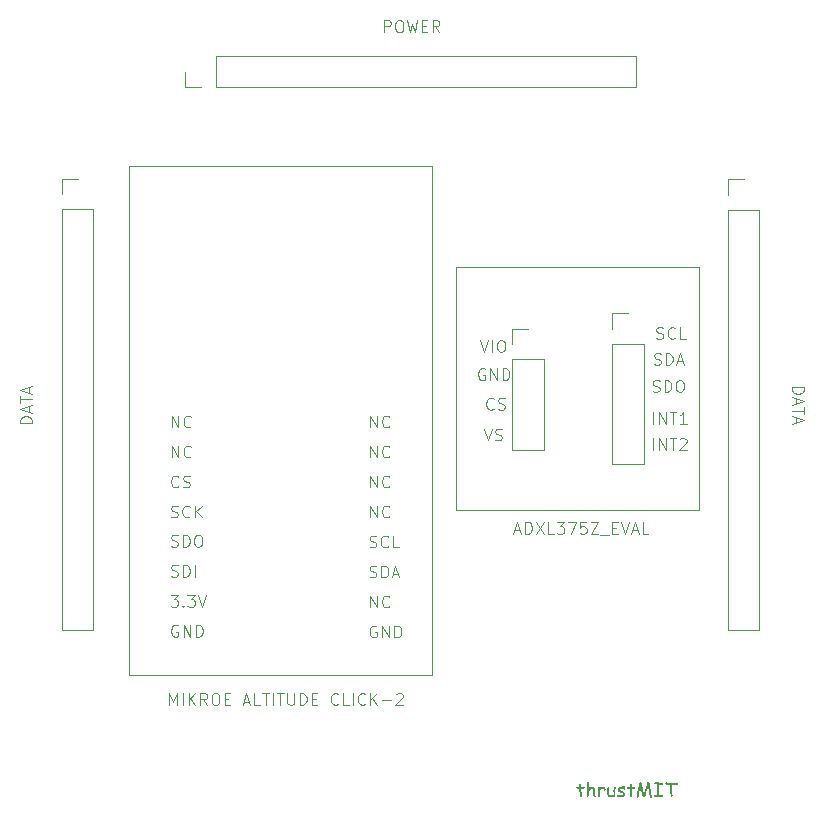
<source format=gbr>
%TF.GenerationSoftware,KiCad,Pcbnew,7.0.7*%
%TF.CreationDate,2024-04-01T01:40:14+05:30*%
%TF.ProjectId,FC_THT_STACK_2,46435f54-4854-45f5-9354-41434b5f322e,rev?*%
%TF.SameCoordinates,Original*%
%TF.FileFunction,Legend,Top*%
%TF.FilePolarity,Positive*%
%FSLAX46Y46*%
G04 Gerber Fmt 4.6, Leading zero omitted, Abs format (unit mm)*
G04 Created by KiCad (PCBNEW 7.0.7) date 2024-04-01 01:40:14*
%MOMM*%
%LPD*%
G01*
G04 APERTURE LIST*
%ADD10C,0.100000*%
%ADD11C,0.120000*%
G04 APERTURE END LIST*
D10*
X131926865Y-100730504D02*
X132403055Y-100730504D01*
X131831627Y-101016219D02*
X132164960Y-100016219D01*
X132164960Y-100016219D02*
X132498293Y-101016219D01*
X132831627Y-101016219D02*
X132831627Y-100016219D01*
X132831627Y-100016219D02*
X133069722Y-100016219D01*
X133069722Y-100016219D02*
X133212579Y-100063838D01*
X133212579Y-100063838D02*
X133307817Y-100159076D01*
X133307817Y-100159076D02*
X133355436Y-100254314D01*
X133355436Y-100254314D02*
X133403055Y-100444790D01*
X133403055Y-100444790D02*
X133403055Y-100587647D01*
X133403055Y-100587647D02*
X133355436Y-100778123D01*
X133355436Y-100778123D02*
X133307817Y-100873361D01*
X133307817Y-100873361D02*
X133212579Y-100968600D01*
X133212579Y-100968600D02*
X133069722Y-101016219D01*
X133069722Y-101016219D02*
X132831627Y-101016219D01*
X133736389Y-100016219D02*
X134403055Y-101016219D01*
X134403055Y-100016219D02*
X133736389Y-101016219D01*
X135260198Y-101016219D02*
X134784008Y-101016219D01*
X134784008Y-101016219D02*
X134784008Y-100016219D01*
X135498294Y-100016219D02*
X136117341Y-100016219D01*
X136117341Y-100016219D02*
X135784008Y-100397171D01*
X135784008Y-100397171D02*
X135926865Y-100397171D01*
X135926865Y-100397171D02*
X136022103Y-100444790D01*
X136022103Y-100444790D02*
X136069722Y-100492409D01*
X136069722Y-100492409D02*
X136117341Y-100587647D01*
X136117341Y-100587647D02*
X136117341Y-100825742D01*
X136117341Y-100825742D02*
X136069722Y-100920980D01*
X136069722Y-100920980D02*
X136022103Y-100968600D01*
X136022103Y-100968600D02*
X135926865Y-101016219D01*
X135926865Y-101016219D02*
X135641151Y-101016219D01*
X135641151Y-101016219D02*
X135545913Y-100968600D01*
X135545913Y-100968600D02*
X135498294Y-100920980D01*
X136450675Y-100016219D02*
X137117341Y-100016219D01*
X137117341Y-100016219D02*
X136688770Y-101016219D01*
X137974484Y-100016219D02*
X137498294Y-100016219D01*
X137498294Y-100016219D02*
X137450675Y-100492409D01*
X137450675Y-100492409D02*
X137498294Y-100444790D01*
X137498294Y-100444790D02*
X137593532Y-100397171D01*
X137593532Y-100397171D02*
X137831627Y-100397171D01*
X137831627Y-100397171D02*
X137926865Y-100444790D01*
X137926865Y-100444790D02*
X137974484Y-100492409D01*
X137974484Y-100492409D02*
X138022103Y-100587647D01*
X138022103Y-100587647D02*
X138022103Y-100825742D01*
X138022103Y-100825742D02*
X137974484Y-100920980D01*
X137974484Y-100920980D02*
X137926865Y-100968600D01*
X137926865Y-100968600D02*
X137831627Y-101016219D01*
X137831627Y-101016219D02*
X137593532Y-101016219D01*
X137593532Y-101016219D02*
X137498294Y-100968600D01*
X137498294Y-100968600D02*
X137450675Y-100920980D01*
X138355437Y-100016219D02*
X139022103Y-100016219D01*
X139022103Y-100016219D02*
X138355437Y-101016219D01*
X138355437Y-101016219D02*
X139022103Y-101016219D01*
X139164961Y-101111457D02*
X139926865Y-101111457D01*
X140164961Y-100492409D02*
X140498294Y-100492409D01*
X140641151Y-101016219D02*
X140164961Y-101016219D01*
X140164961Y-101016219D02*
X140164961Y-100016219D01*
X140164961Y-100016219D02*
X140641151Y-100016219D01*
X140926866Y-100016219D02*
X141260199Y-101016219D01*
X141260199Y-101016219D02*
X141593532Y-100016219D01*
X141879247Y-100730504D02*
X142355437Y-100730504D01*
X141784009Y-101016219D02*
X142117342Y-100016219D01*
X142117342Y-100016219D02*
X142450675Y-101016219D01*
X143260199Y-101016219D02*
X142784009Y-101016219D01*
X142784009Y-101016219D02*
X142784009Y-100016219D01*
X143674484Y-91716219D02*
X143674484Y-90716219D01*
X144150674Y-91716219D02*
X144150674Y-90716219D01*
X144150674Y-90716219D02*
X144722102Y-91716219D01*
X144722102Y-91716219D02*
X144722102Y-90716219D01*
X145055436Y-90716219D02*
X145626864Y-90716219D01*
X145341150Y-91716219D02*
X145341150Y-90716219D01*
X146484007Y-91716219D02*
X145912579Y-91716219D01*
X146198293Y-91716219D02*
X146198293Y-90716219D01*
X146198293Y-90716219D02*
X146103055Y-90859076D01*
X146103055Y-90859076D02*
X146007817Y-90954314D01*
X146007817Y-90954314D02*
X145912579Y-91001933D01*
X129331627Y-92116219D02*
X129664960Y-93116219D01*
X129664960Y-93116219D02*
X129998293Y-92116219D01*
X130284008Y-93068600D02*
X130426865Y-93116219D01*
X130426865Y-93116219D02*
X130664960Y-93116219D01*
X130664960Y-93116219D02*
X130760198Y-93068600D01*
X130760198Y-93068600D02*
X130807817Y-93020980D01*
X130807817Y-93020980D02*
X130855436Y-92925742D01*
X130855436Y-92925742D02*
X130855436Y-92830504D01*
X130855436Y-92830504D02*
X130807817Y-92735266D01*
X130807817Y-92735266D02*
X130760198Y-92687647D01*
X130760198Y-92687647D02*
X130664960Y-92640028D01*
X130664960Y-92640028D02*
X130474484Y-92592409D01*
X130474484Y-92592409D02*
X130379246Y-92544790D01*
X130379246Y-92544790D02*
X130331627Y-92497171D01*
X130331627Y-92497171D02*
X130284008Y-92401933D01*
X130284008Y-92401933D02*
X130284008Y-92306695D01*
X130284008Y-92306695D02*
X130331627Y-92211457D01*
X130331627Y-92211457D02*
X130379246Y-92163838D01*
X130379246Y-92163838D02*
X130474484Y-92116219D01*
X130474484Y-92116219D02*
X130712579Y-92116219D01*
X130712579Y-92116219D02*
X130855436Y-92163838D01*
X143926865Y-84468600D02*
X144069722Y-84516219D01*
X144069722Y-84516219D02*
X144307817Y-84516219D01*
X144307817Y-84516219D02*
X144403055Y-84468600D01*
X144403055Y-84468600D02*
X144450674Y-84420980D01*
X144450674Y-84420980D02*
X144498293Y-84325742D01*
X144498293Y-84325742D02*
X144498293Y-84230504D01*
X144498293Y-84230504D02*
X144450674Y-84135266D01*
X144450674Y-84135266D02*
X144403055Y-84087647D01*
X144403055Y-84087647D02*
X144307817Y-84040028D01*
X144307817Y-84040028D02*
X144117341Y-83992409D01*
X144117341Y-83992409D02*
X144022103Y-83944790D01*
X144022103Y-83944790D02*
X143974484Y-83897171D01*
X143974484Y-83897171D02*
X143926865Y-83801933D01*
X143926865Y-83801933D02*
X143926865Y-83706695D01*
X143926865Y-83706695D02*
X143974484Y-83611457D01*
X143974484Y-83611457D02*
X144022103Y-83563838D01*
X144022103Y-83563838D02*
X144117341Y-83516219D01*
X144117341Y-83516219D02*
X144355436Y-83516219D01*
X144355436Y-83516219D02*
X144498293Y-83563838D01*
X145498293Y-84420980D02*
X145450674Y-84468600D01*
X145450674Y-84468600D02*
X145307817Y-84516219D01*
X145307817Y-84516219D02*
X145212579Y-84516219D01*
X145212579Y-84516219D02*
X145069722Y-84468600D01*
X145069722Y-84468600D02*
X144974484Y-84373361D01*
X144974484Y-84373361D02*
X144926865Y-84278123D01*
X144926865Y-84278123D02*
X144879246Y-84087647D01*
X144879246Y-84087647D02*
X144879246Y-83944790D01*
X144879246Y-83944790D02*
X144926865Y-83754314D01*
X144926865Y-83754314D02*
X144974484Y-83659076D01*
X144974484Y-83659076D02*
X145069722Y-83563838D01*
X145069722Y-83563838D02*
X145212579Y-83516219D01*
X145212579Y-83516219D02*
X145307817Y-83516219D01*
X145307817Y-83516219D02*
X145450674Y-83563838D01*
X145450674Y-83563838D02*
X145498293Y-83611457D01*
X146403055Y-84516219D02*
X145926865Y-84516219D01*
X145926865Y-84516219D02*
X145926865Y-83516219D01*
X130145912Y-90420980D02*
X130098293Y-90468600D01*
X130098293Y-90468600D02*
X129955436Y-90516219D01*
X129955436Y-90516219D02*
X129860198Y-90516219D01*
X129860198Y-90516219D02*
X129717341Y-90468600D01*
X129717341Y-90468600D02*
X129622103Y-90373361D01*
X129622103Y-90373361D02*
X129574484Y-90278123D01*
X129574484Y-90278123D02*
X129526865Y-90087647D01*
X129526865Y-90087647D02*
X129526865Y-89944790D01*
X129526865Y-89944790D02*
X129574484Y-89754314D01*
X129574484Y-89754314D02*
X129622103Y-89659076D01*
X129622103Y-89659076D02*
X129717341Y-89563838D01*
X129717341Y-89563838D02*
X129860198Y-89516219D01*
X129860198Y-89516219D02*
X129955436Y-89516219D01*
X129955436Y-89516219D02*
X130098293Y-89563838D01*
X130098293Y-89563838D02*
X130145912Y-89611457D01*
X130526865Y-90468600D02*
X130669722Y-90516219D01*
X130669722Y-90516219D02*
X130907817Y-90516219D01*
X130907817Y-90516219D02*
X131003055Y-90468600D01*
X131003055Y-90468600D02*
X131050674Y-90420980D01*
X131050674Y-90420980D02*
X131098293Y-90325742D01*
X131098293Y-90325742D02*
X131098293Y-90230504D01*
X131098293Y-90230504D02*
X131050674Y-90135266D01*
X131050674Y-90135266D02*
X131003055Y-90087647D01*
X131003055Y-90087647D02*
X130907817Y-90040028D01*
X130907817Y-90040028D02*
X130717341Y-89992409D01*
X130717341Y-89992409D02*
X130622103Y-89944790D01*
X130622103Y-89944790D02*
X130574484Y-89897171D01*
X130574484Y-89897171D02*
X130526865Y-89801933D01*
X130526865Y-89801933D02*
X130526865Y-89706695D01*
X130526865Y-89706695D02*
X130574484Y-89611457D01*
X130574484Y-89611457D02*
X130622103Y-89563838D01*
X130622103Y-89563838D02*
X130717341Y-89516219D01*
X130717341Y-89516219D02*
X130955436Y-89516219D01*
X130955436Y-89516219D02*
X131098293Y-89563838D01*
X129398293Y-87063838D02*
X129303055Y-87016219D01*
X129303055Y-87016219D02*
X129160198Y-87016219D01*
X129160198Y-87016219D02*
X129017341Y-87063838D01*
X129017341Y-87063838D02*
X128922103Y-87159076D01*
X128922103Y-87159076D02*
X128874484Y-87254314D01*
X128874484Y-87254314D02*
X128826865Y-87444790D01*
X128826865Y-87444790D02*
X128826865Y-87587647D01*
X128826865Y-87587647D02*
X128874484Y-87778123D01*
X128874484Y-87778123D02*
X128922103Y-87873361D01*
X128922103Y-87873361D02*
X129017341Y-87968600D01*
X129017341Y-87968600D02*
X129160198Y-88016219D01*
X129160198Y-88016219D02*
X129255436Y-88016219D01*
X129255436Y-88016219D02*
X129398293Y-87968600D01*
X129398293Y-87968600D02*
X129445912Y-87920980D01*
X129445912Y-87920980D02*
X129445912Y-87587647D01*
X129445912Y-87587647D02*
X129255436Y-87587647D01*
X129874484Y-88016219D02*
X129874484Y-87016219D01*
X129874484Y-87016219D02*
X130445912Y-88016219D01*
X130445912Y-88016219D02*
X130445912Y-87016219D01*
X130922103Y-88016219D02*
X130922103Y-87016219D01*
X130922103Y-87016219D02*
X131160198Y-87016219D01*
X131160198Y-87016219D02*
X131303055Y-87063838D01*
X131303055Y-87063838D02*
X131398293Y-87159076D01*
X131398293Y-87159076D02*
X131445912Y-87254314D01*
X131445912Y-87254314D02*
X131493531Y-87444790D01*
X131493531Y-87444790D02*
X131493531Y-87587647D01*
X131493531Y-87587647D02*
X131445912Y-87778123D01*
X131445912Y-87778123D02*
X131398293Y-87873361D01*
X131398293Y-87873361D02*
X131303055Y-87968600D01*
X131303055Y-87968600D02*
X131160198Y-88016219D01*
X131160198Y-88016219D02*
X130922103Y-88016219D01*
X129031627Y-84616219D02*
X129364960Y-85616219D01*
X129364960Y-85616219D02*
X129698293Y-84616219D01*
X130031627Y-85616219D02*
X130031627Y-84616219D01*
X130698293Y-84616219D02*
X130888769Y-84616219D01*
X130888769Y-84616219D02*
X130984007Y-84663838D01*
X130984007Y-84663838D02*
X131079245Y-84759076D01*
X131079245Y-84759076D02*
X131126864Y-84949552D01*
X131126864Y-84949552D02*
X131126864Y-85282885D01*
X131126864Y-85282885D02*
X131079245Y-85473361D01*
X131079245Y-85473361D02*
X130984007Y-85568600D01*
X130984007Y-85568600D02*
X130888769Y-85616219D01*
X130888769Y-85616219D02*
X130698293Y-85616219D01*
X130698293Y-85616219D02*
X130603055Y-85568600D01*
X130603055Y-85568600D02*
X130507817Y-85473361D01*
X130507817Y-85473361D02*
X130460198Y-85282885D01*
X130460198Y-85282885D02*
X130460198Y-84949552D01*
X130460198Y-84949552D02*
X130507817Y-84759076D01*
X130507817Y-84759076D02*
X130603055Y-84663838D01*
X130603055Y-84663838D02*
X130698293Y-84616219D01*
X143626865Y-88968600D02*
X143769722Y-89016219D01*
X143769722Y-89016219D02*
X144007817Y-89016219D01*
X144007817Y-89016219D02*
X144103055Y-88968600D01*
X144103055Y-88968600D02*
X144150674Y-88920980D01*
X144150674Y-88920980D02*
X144198293Y-88825742D01*
X144198293Y-88825742D02*
X144198293Y-88730504D01*
X144198293Y-88730504D02*
X144150674Y-88635266D01*
X144150674Y-88635266D02*
X144103055Y-88587647D01*
X144103055Y-88587647D02*
X144007817Y-88540028D01*
X144007817Y-88540028D02*
X143817341Y-88492409D01*
X143817341Y-88492409D02*
X143722103Y-88444790D01*
X143722103Y-88444790D02*
X143674484Y-88397171D01*
X143674484Y-88397171D02*
X143626865Y-88301933D01*
X143626865Y-88301933D02*
X143626865Y-88206695D01*
X143626865Y-88206695D02*
X143674484Y-88111457D01*
X143674484Y-88111457D02*
X143722103Y-88063838D01*
X143722103Y-88063838D02*
X143817341Y-88016219D01*
X143817341Y-88016219D02*
X144055436Y-88016219D01*
X144055436Y-88016219D02*
X144198293Y-88063838D01*
X144626865Y-89016219D02*
X144626865Y-88016219D01*
X144626865Y-88016219D02*
X144864960Y-88016219D01*
X144864960Y-88016219D02*
X145007817Y-88063838D01*
X145007817Y-88063838D02*
X145103055Y-88159076D01*
X145103055Y-88159076D02*
X145150674Y-88254314D01*
X145150674Y-88254314D02*
X145198293Y-88444790D01*
X145198293Y-88444790D02*
X145198293Y-88587647D01*
X145198293Y-88587647D02*
X145150674Y-88778123D01*
X145150674Y-88778123D02*
X145103055Y-88873361D01*
X145103055Y-88873361D02*
X145007817Y-88968600D01*
X145007817Y-88968600D02*
X144864960Y-89016219D01*
X144864960Y-89016219D02*
X144626865Y-89016219D01*
X145817341Y-88016219D02*
X146007817Y-88016219D01*
X146007817Y-88016219D02*
X146103055Y-88063838D01*
X146103055Y-88063838D02*
X146198293Y-88159076D01*
X146198293Y-88159076D02*
X146245912Y-88349552D01*
X146245912Y-88349552D02*
X146245912Y-88682885D01*
X146245912Y-88682885D02*
X146198293Y-88873361D01*
X146198293Y-88873361D02*
X146103055Y-88968600D01*
X146103055Y-88968600D02*
X146007817Y-89016219D01*
X146007817Y-89016219D02*
X145817341Y-89016219D01*
X145817341Y-89016219D02*
X145722103Y-88968600D01*
X145722103Y-88968600D02*
X145626865Y-88873361D01*
X145626865Y-88873361D02*
X145579246Y-88682885D01*
X145579246Y-88682885D02*
X145579246Y-88349552D01*
X145579246Y-88349552D02*
X145626865Y-88159076D01*
X145626865Y-88159076D02*
X145722103Y-88063838D01*
X145722103Y-88063838D02*
X145817341Y-88016219D01*
X143674484Y-93916219D02*
X143674484Y-92916219D01*
X144150674Y-93916219D02*
X144150674Y-92916219D01*
X144150674Y-92916219D02*
X144722102Y-93916219D01*
X144722102Y-93916219D02*
X144722102Y-92916219D01*
X145055436Y-92916219D02*
X145626864Y-92916219D01*
X145341150Y-93916219D02*
X145341150Y-92916219D01*
X145912579Y-93011457D02*
X145960198Y-92963838D01*
X145960198Y-92963838D02*
X146055436Y-92916219D01*
X146055436Y-92916219D02*
X146293531Y-92916219D01*
X146293531Y-92916219D02*
X146388769Y-92963838D01*
X146388769Y-92963838D02*
X146436388Y-93011457D01*
X146436388Y-93011457D02*
X146484007Y-93106695D01*
X146484007Y-93106695D02*
X146484007Y-93201933D01*
X146484007Y-93201933D02*
X146436388Y-93344790D01*
X146436388Y-93344790D02*
X145864960Y-93916219D01*
X145864960Y-93916219D02*
X146484007Y-93916219D01*
X143726865Y-86668600D02*
X143869722Y-86716219D01*
X143869722Y-86716219D02*
X144107817Y-86716219D01*
X144107817Y-86716219D02*
X144203055Y-86668600D01*
X144203055Y-86668600D02*
X144250674Y-86620980D01*
X144250674Y-86620980D02*
X144298293Y-86525742D01*
X144298293Y-86525742D02*
X144298293Y-86430504D01*
X144298293Y-86430504D02*
X144250674Y-86335266D01*
X144250674Y-86335266D02*
X144203055Y-86287647D01*
X144203055Y-86287647D02*
X144107817Y-86240028D01*
X144107817Y-86240028D02*
X143917341Y-86192409D01*
X143917341Y-86192409D02*
X143822103Y-86144790D01*
X143822103Y-86144790D02*
X143774484Y-86097171D01*
X143774484Y-86097171D02*
X143726865Y-86001933D01*
X143726865Y-86001933D02*
X143726865Y-85906695D01*
X143726865Y-85906695D02*
X143774484Y-85811457D01*
X143774484Y-85811457D02*
X143822103Y-85763838D01*
X143822103Y-85763838D02*
X143917341Y-85716219D01*
X143917341Y-85716219D02*
X144155436Y-85716219D01*
X144155436Y-85716219D02*
X144298293Y-85763838D01*
X144726865Y-86716219D02*
X144726865Y-85716219D01*
X144726865Y-85716219D02*
X144964960Y-85716219D01*
X144964960Y-85716219D02*
X145107817Y-85763838D01*
X145107817Y-85763838D02*
X145203055Y-85859076D01*
X145203055Y-85859076D02*
X145250674Y-85954314D01*
X145250674Y-85954314D02*
X145298293Y-86144790D01*
X145298293Y-86144790D02*
X145298293Y-86287647D01*
X145298293Y-86287647D02*
X145250674Y-86478123D01*
X145250674Y-86478123D02*
X145203055Y-86573361D01*
X145203055Y-86573361D02*
X145107817Y-86668600D01*
X145107817Y-86668600D02*
X144964960Y-86716219D01*
X144964960Y-86716219D02*
X144726865Y-86716219D01*
X145679246Y-86430504D02*
X146155436Y-86430504D01*
X145584008Y-86716219D02*
X145917341Y-85716219D01*
X145917341Y-85716219D02*
X146250674Y-86716219D01*
X155424380Y-88610684D02*
X156424380Y-88610684D01*
X156424380Y-88610684D02*
X156424380Y-88848779D01*
X156424380Y-88848779D02*
X156376761Y-88991636D01*
X156376761Y-88991636D02*
X156281523Y-89086874D01*
X156281523Y-89086874D02*
X156186285Y-89134493D01*
X156186285Y-89134493D02*
X155995809Y-89182112D01*
X155995809Y-89182112D02*
X155852952Y-89182112D01*
X155852952Y-89182112D02*
X155662476Y-89134493D01*
X155662476Y-89134493D02*
X155567238Y-89086874D01*
X155567238Y-89086874D02*
X155472000Y-88991636D01*
X155472000Y-88991636D02*
X155424380Y-88848779D01*
X155424380Y-88848779D02*
X155424380Y-88610684D01*
X155710095Y-89563065D02*
X155710095Y-90039255D01*
X155424380Y-89467827D02*
X156424380Y-89801160D01*
X156424380Y-89801160D02*
X155424380Y-90134493D01*
X156424380Y-90324970D02*
X156424380Y-90896398D01*
X155424380Y-90610684D02*
X156424380Y-90610684D01*
X155710095Y-91182113D02*
X155710095Y-91658303D01*
X155424380Y-91086875D02*
X156424380Y-91420208D01*
X156424380Y-91420208D02*
X155424380Y-91753541D01*
X91069219Y-91652915D02*
X90069219Y-91652915D01*
X90069219Y-91652915D02*
X90069219Y-91414820D01*
X90069219Y-91414820D02*
X90116838Y-91271963D01*
X90116838Y-91271963D02*
X90212076Y-91176725D01*
X90212076Y-91176725D02*
X90307314Y-91129106D01*
X90307314Y-91129106D02*
X90497790Y-91081487D01*
X90497790Y-91081487D02*
X90640647Y-91081487D01*
X90640647Y-91081487D02*
X90831123Y-91129106D01*
X90831123Y-91129106D02*
X90926361Y-91176725D01*
X90926361Y-91176725D02*
X91021600Y-91271963D01*
X91021600Y-91271963D02*
X91069219Y-91414820D01*
X91069219Y-91414820D02*
X91069219Y-91652915D01*
X90783504Y-90700534D02*
X90783504Y-90224344D01*
X91069219Y-90795772D02*
X90069219Y-90462439D01*
X90069219Y-90462439D02*
X91069219Y-90129106D01*
X90069219Y-89938629D02*
X90069219Y-89367201D01*
X91069219Y-89652915D02*
X90069219Y-89652915D01*
X90783504Y-89081486D02*
X90783504Y-88605296D01*
X91069219Y-89176724D02*
X90069219Y-88843391D01*
X90069219Y-88843391D02*
X91069219Y-88510058D01*
X120880684Y-58549219D02*
X120880684Y-57549219D01*
X120880684Y-57549219D02*
X121261636Y-57549219D01*
X121261636Y-57549219D02*
X121356874Y-57596838D01*
X121356874Y-57596838D02*
X121404493Y-57644457D01*
X121404493Y-57644457D02*
X121452112Y-57739695D01*
X121452112Y-57739695D02*
X121452112Y-57882552D01*
X121452112Y-57882552D02*
X121404493Y-57977790D01*
X121404493Y-57977790D02*
X121356874Y-58025409D01*
X121356874Y-58025409D02*
X121261636Y-58073028D01*
X121261636Y-58073028D02*
X120880684Y-58073028D01*
X122071160Y-57549219D02*
X122261636Y-57549219D01*
X122261636Y-57549219D02*
X122356874Y-57596838D01*
X122356874Y-57596838D02*
X122452112Y-57692076D01*
X122452112Y-57692076D02*
X122499731Y-57882552D01*
X122499731Y-57882552D02*
X122499731Y-58215885D01*
X122499731Y-58215885D02*
X122452112Y-58406361D01*
X122452112Y-58406361D02*
X122356874Y-58501600D01*
X122356874Y-58501600D02*
X122261636Y-58549219D01*
X122261636Y-58549219D02*
X122071160Y-58549219D01*
X122071160Y-58549219D02*
X121975922Y-58501600D01*
X121975922Y-58501600D02*
X121880684Y-58406361D01*
X121880684Y-58406361D02*
X121833065Y-58215885D01*
X121833065Y-58215885D02*
X121833065Y-57882552D01*
X121833065Y-57882552D02*
X121880684Y-57692076D01*
X121880684Y-57692076D02*
X121975922Y-57596838D01*
X121975922Y-57596838D02*
X122071160Y-57549219D01*
X122833065Y-57549219D02*
X123071160Y-58549219D01*
X123071160Y-58549219D02*
X123261636Y-57834933D01*
X123261636Y-57834933D02*
X123452112Y-58549219D01*
X123452112Y-58549219D02*
X123690208Y-57549219D01*
X124071160Y-58025409D02*
X124404493Y-58025409D01*
X124547350Y-58549219D02*
X124071160Y-58549219D01*
X124071160Y-58549219D02*
X124071160Y-57549219D01*
X124071160Y-57549219D02*
X124547350Y-57549219D01*
X125547350Y-58549219D02*
X125214017Y-58073028D01*
X124975922Y-58549219D02*
X124975922Y-57549219D01*
X124975922Y-57549219D02*
X125356874Y-57549219D01*
X125356874Y-57549219D02*
X125452112Y-57596838D01*
X125452112Y-57596838D02*
X125499731Y-57644457D01*
X125499731Y-57644457D02*
X125547350Y-57739695D01*
X125547350Y-57739695D02*
X125547350Y-57882552D01*
X125547350Y-57882552D02*
X125499731Y-57977790D01*
X125499731Y-57977790D02*
X125452112Y-58025409D01*
X125452112Y-58025409D02*
X125356874Y-58073028D01*
X125356874Y-58073028D02*
X124975922Y-58073028D01*
G36*
X137772996Y-122609380D02*
G01*
X137760346Y-122609207D01*
X137747523Y-122608749D01*
X137734906Y-122608092D01*
X137731963Y-122607915D01*
X137719261Y-122607065D01*
X137707533Y-122606493D01*
X137695643Y-122606184D01*
X137691224Y-122606156D01*
X137679455Y-122606759D01*
X137666687Y-122607928D01*
X137653855Y-122609307D01*
X137638696Y-122611079D01*
X137625801Y-122612667D01*
X137611597Y-122614476D01*
X137596084Y-122616507D01*
X137579263Y-122618759D01*
X137594797Y-123096498D01*
X137595676Y-123131962D01*
X137596555Y-123173288D01*
X137596595Y-123194725D01*
X137595910Y-123214779D01*
X137594498Y-123233450D01*
X137592360Y-123250737D01*
X137589497Y-123266642D01*
X137585908Y-123281164D01*
X137581593Y-123294303D01*
X137576552Y-123306058D01*
X137570785Y-123316431D01*
X137560774Y-123329397D01*
X137549129Y-123339251D01*
X137535852Y-123345993D01*
X137520941Y-123349624D01*
X137510093Y-123350315D01*
X137497983Y-123349573D01*
X137484635Y-123346832D01*
X137472129Y-123342072D01*
X137460464Y-123335292D01*
X137452647Y-123329213D01*
X137443169Y-123319475D01*
X137436018Y-123308728D01*
X137431195Y-123296971D01*
X137428701Y-123284205D01*
X137428321Y-123276456D01*
X137428403Y-123263834D01*
X137428598Y-123251662D01*
X137428907Y-123237988D01*
X137429237Y-123225967D01*
X137429640Y-123212984D01*
X137430116Y-123199039D01*
X137430666Y-123184132D01*
X137431284Y-123169226D01*
X137431820Y-123155281D01*
X137432273Y-123142298D01*
X137432644Y-123130277D01*
X137432992Y-123116603D01*
X137433211Y-123104431D01*
X137433303Y-123091809D01*
X137416890Y-122618759D01*
X137405071Y-122618185D01*
X137392143Y-122617450D01*
X137378109Y-122616557D01*
X137362966Y-122615503D01*
X137346716Y-122614290D01*
X137329358Y-122612917D01*
X137317170Y-122611913D01*
X137304491Y-122610838D01*
X137291319Y-122609692D01*
X137277655Y-122608474D01*
X137263498Y-122607186D01*
X137248849Y-122605828D01*
X137233708Y-122604398D01*
X137220613Y-122601975D01*
X137208807Y-122598445D01*
X137195068Y-122592016D01*
X137183619Y-122583617D01*
X137174460Y-122573249D01*
X137167591Y-122560911D01*
X137163011Y-122546605D01*
X137161079Y-122534583D01*
X137160435Y-122521453D01*
X137161218Y-122507958D01*
X137163568Y-122495390D01*
X137167483Y-122483750D01*
X137172965Y-122473038D01*
X137180013Y-122463252D01*
X137182710Y-122460197D01*
X137191496Y-122451929D01*
X137202840Y-122444446D01*
X137215362Y-122439291D01*
X137227033Y-122436725D01*
X137239570Y-122435870D01*
X137412494Y-122449938D01*
X137412401Y-122436725D01*
X137412122Y-122422181D01*
X137411765Y-122409587D01*
X137411288Y-122396141D01*
X137410693Y-122381844D01*
X137409979Y-122366695D01*
X137409365Y-122354774D01*
X137408684Y-122342374D01*
X137408055Y-122330064D01*
X137407313Y-122314677D01*
X137406681Y-122300462D01*
X137406159Y-122287419D01*
X137405747Y-122275549D01*
X137405386Y-122262360D01*
X137405180Y-122248951D01*
X137405167Y-122245067D01*
X137406001Y-122233050D01*
X137409085Y-122220045D01*
X137414440Y-122208133D01*
X137422068Y-122197316D01*
X137428907Y-122190259D01*
X137438290Y-122182889D01*
X137450176Y-122176217D01*
X137463070Y-122171621D01*
X137474927Y-122169333D01*
X137487525Y-122168571D01*
X137500938Y-122169591D01*
X137513258Y-122172651D01*
X137524486Y-122177751D01*
X137534621Y-122184892D01*
X137543665Y-122194073D01*
X137551616Y-122205294D01*
X137558475Y-122218555D01*
X137564242Y-122233857D01*
X137567480Y-122245191D01*
X137570232Y-122257432D01*
X137572499Y-122270580D01*
X137574280Y-122284635D01*
X137575194Y-122298019D01*
X137575798Y-122310383D01*
X137576238Y-122323572D01*
X137576513Y-122337586D01*
X137576616Y-122349893D01*
X137576625Y-122354977D01*
X137575160Y-122400992D01*
X137574280Y-122449938D01*
X137586724Y-122448341D01*
X137598483Y-122446847D01*
X137614838Y-122444799D01*
X137629653Y-122442983D01*
X137642927Y-122441399D01*
X137654661Y-122440047D01*
X137667909Y-122438604D01*
X137680619Y-122437380D01*
X137691224Y-122436749D01*
X137706803Y-122436821D01*
X137721335Y-122437038D01*
X137734823Y-122437398D01*
X137747264Y-122437903D01*
X137762225Y-122438801D01*
X137775327Y-122439955D01*
X137789090Y-122441758D01*
X137801771Y-122444451D01*
X137803478Y-122444956D01*
X137815224Y-122449847D01*
X137825405Y-122456167D01*
X137835928Y-122466076D01*
X137844003Y-122478217D01*
X137848702Y-122489538D01*
X137851834Y-122502287D01*
X137853401Y-122516466D01*
X137853596Y-122524090D01*
X137852793Y-122537585D01*
X137850382Y-122550153D01*
X137846363Y-122561793D01*
X137840737Y-122572506D01*
X137833504Y-122582291D01*
X137830735Y-122585347D01*
X137821829Y-122593514D01*
X137812037Y-122599992D01*
X137799493Y-122605414D01*
X137787781Y-122608230D01*
X137775182Y-122609357D01*
X137772996Y-122609380D01*
G37*
G36*
X138702682Y-123350315D02*
G01*
X138688660Y-123349344D01*
X138675901Y-123346432D01*
X138664406Y-123341577D01*
X138654176Y-123334781D01*
X138645209Y-123326044D01*
X138637506Y-123315364D01*
X138631067Y-123302743D01*
X138625892Y-123288180D01*
X138622401Y-123275046D01*
X138618961Y-123260922D01*
X138615573Y-123245810D01*
X138612236Y-123229708D01*
X138608951Y-123212617D01*
X138606789Y-123200674D01*
X138604651Y-123188291D01*
X138602535Y-123175468D01*
X138600442Y-123162205D01*
X138598372Y-123148503D01*
X138596325Y-123134362D01*
X138594301Y-123119780D01*
X138592300Y-123104760D01*
X138591308Y-123097084D01*
X138589533Y-123082412D01*
X138587873Y-123068073D01*
X138586327Y-123054065D01*
X138584896Y-123040389D01*
X138583580Y-123027046D01*
X138582377Y-123014034D01*
X138581290Y-123001354D01*
X138580317Y-122989007D01*
X138579458Y-122976991D01*
X138578385Y-122959590D01*
X138577569Y-122942936D01*
X138577011Y-122927030D01*
X138576710Y-122911870D01*
X138576653Y-122902178D01*
X138576781Y-122890107D01*
X138577104Y-122877290D01*
X138577537Y-122864630D01*
X138578007Y-122852899D01*
X138578578Y-122840095D01*
X138578705Y-122837405D01*
X138579296Y-122824386D01*
X138579787Y-122812441D01*
X138580243Y-122799523D01*
X138580594Y-122786406D01*
X138580754Y-122773991D01*
X138580756Y-122772632D01*
X138580454Y-122753999D01*
X138579547Y-122736568D01*
X138578036Y-122720339D01*
X138575920Y-122705313D01*
X138573200Y-122691488D01*
X138569875Y-122678866D01*
X138565946Y-122667445D01*
X138558919Y-122652569D01*
X138550531Y-122640397D01*
X138540784Y-122630931D01*
X138529676Y-122624169D01*
X138517208Y-122620111D01*
X138503380Y-122618759D01*
X138490352Y-122619131D01*
X138477501Y-122620247D01*
X138464826Y-122622108D01*
X138452327Y-122624712D01*
X138440005Y-122628061D01*
X138427859Y-122632154D01*
X138415889Y-122636991D01*
X138404095Y-122642573D01*
X138392478Y-122648898D01*
X138381037Y-122655968D01*
X138369773Y-122663782D01*
X138358685Y-122672340D01*
X138347773Y-122681642D01*
X138337037Y-122691688D01*
X138326478Y-122702479D01*
X138316095Y-122714014D01*
X138307908Y-122723917D01*
X138299176Y-122735381D01*
X138289897Y-122748406D01*
X138280072Y-122762992D01*
X138273219Y-122773583D01*
X138266123Y-122784869D01*
X138258784Y-122796848D01*
X138251202Y-122809520D01*
X138243378Y-122822887D01*
X138235311Y-122836947D01*
X138227002Y-122851701D01*
X138218449Y-122867149D01*
X138209654Y-122883291D01*
X138200617Y-122900127D01*
X138200591Y-122919893D01*
X138200514Y-122939149D01*
X138200385Y-122957894D01*
X138200205Y-122976129D01*
X138199973Y-122993853D01*
X138199689Y-123011066D01*
X138199354Y-123027769D01*
X138198968Y-123043961D01*
X138198530Y-123059643D01*
X138198041Y-123074814D01*
X138197500Y-123089474D01*
X138196907Y-123103624D01*
X138196263Y-123117263D01*
X138195568Y-123130391D01*
X138194821Y-123143009D01*
X138194022Y-123155116D01*
X138192270Y-123177799D01*
X138190313Y-123198439D01*
X138188149Y-123217036D01*
X138185779Y-123233592D01*
X138183203Y-123248104D01*
X138180421Y-123260574D01*
X138175861Y-123275450D01*
X138174238Y-123279387D01*
X138168051Y-123291614D01*
X138161068Y-123302212D01*
X138153287Y-123311178D01*
X138142441Y-123320094D01*
X138130349Y-123326463D01*
X138117013Y-123330284D01*
X138102431Y-123331557D01*
X138090080Y-123330754D01*
X138078306Y-123328343D01*
X138067109Y-123324324D01*
X138056489Y-123318698D01*
X138046446Y-123311465D01*
X138043227Y-123308696D01*
X138034561Y-123299673D01*
X138027688Y-123289970D01*
X138021936Y-123277791D01*
X138018624Y-123264686D01*
X138017728Y-123252716D01*
X138019130Y-123240190D01*
X138021849Y-123228151D01*
X138025055Y-123216666D01*
X138027794Y-123203931D01*
X138029492Y-123190232D01*
X138030697Y-123176512D01*
X138031510Y-123164611D01*
X138032246Y-123151329D01*
X138032905Y-123136666D01*
X138033486Y-123120623D01*
X138033990Y-123103199D01*
X138034141Y-123097084D01*
X138036779Y-122975744D01*
X138039123Y-122372855D01*
X138039833Y-122360402D01*
X138040497Y-122348469D01*
X138041407Y-122331544D01*
X138042214Y-122315788D01*
X138042919Y-122301202D01*
X138043520Y-122287786D01*
X138044018Y-122275538D01*
X138044521Y-122261028D01*
X138044842Y-122248597D01*
X138044985Y-122235982D01*
X138044792Y-122222999D01*
X138044212Y-122210245D01*
X138043246Y-122197719D01*
X138041894Y-122185423D01*
X138040155Y-122173356D01*
X138038030Y-122161518D01*
X138037072Y-122156847D01*
X138034792Y-122145136D01*
X138032899Y-122133268D01*
X138031392Y-122121242D01*
X138030271Y-122109059D01*
X138029537Y-122096719D01*
X138029189Y-122084221D01*
X138029158Y-122079178D01*
X138029993Y-122066731D01*
X138032497Y-122055108D01*
X138037528Y-122042589D01*
X138044831Y-122031193D01*
X138052899Y-122022318D01*
X138062292Y-122014648D01*
X138072449Y-122008566D01*
X138083368Y-122004070D01*
X138095049Y-122001160D01*
X138107493Y-121999838D01*
X138111810Y-121999750D01*
X138124010Y-122000360D01*
X138138738Y-122003074D01*
X138151707Y-122007958D01*
X138162918Y-122015013D01*
X138172370Y-122024238D01*
X138180064Y-122035634D01*
X138185999Y-122049201D01*
X138189296Y-122060801D01*
X138190945Y-122069213D01*
X138193249Y-122083477D01*
X138195327Y-122097473D01*
X138197179Y-122111201D01*
X138198803Y-122124662D01*
X138200201Y-122137854D01*
X138201372Y-122150779D01*
X138202317Y-122163436D01*
X138203035Y-122175825D01*
X138203526Y-122187946D01*
X138203790Y-122199799D01*
X138203841Y-122207552D01*
X138203792Y-122223166D01*
X138203645Y-122238903D01*
X138203400Y-122254765D01*
X138203058Y-122270750D01*
X138202617Y-122286858D01*
X138202079Y-122303090D01*
X138201442Y-122319446D01*
X138200708Y-122335926D01*
X138199876Y-122352529D01*
X138198946Y-122369256D01*
X138198272Y-122380476D01*
X138197389Y-122396828D01*
X138196610Y-122413242D01*
X138195933Y-122429718D01*
X138195359Y-122446256D01*
X138194889Y-122462856D01*
X138194521Y-122479518D01*
X138194257Y-122496241D01*
X138194095Y-122513026D01*
X138194037Y-122529873D01*
X138194082Y-122546782D01*
X138194169Y-122558089D01*
X138195048Y-122630483D01*
X138203546Y-122619341D01*
X138212116Y-122608556D01*
X138220756Y-122598128D01*
X138229468Y-122588058D01*
X138238250Y-122578344D01*
X138247104Y-122568988D01*
X138256028Y-122559990D01*
X138265024Y-122551348D01*
X138274090Y-122543064D01*
X138283227Y-122535136D01*
X138292436Y-122527566D01*
X138301715Y-122520354D01*
X138315767Y-122510204D01*
X138329979Y-122500858D01*
X138339542Y-122495074D01*
X138354078Y-122487008D01*
X138368778Y-122479735D01*
X138383643Y-122473256D01*
X138398673Y-122467570D01*
X138413868Y-122462677D01*
X138429228Y-122458578D01*
X138444753Y-122455272D01*
X138460442Y-122452759D01*
X138476297Y-122451040D01*
X138492316Y-122450115D01*
X138503087Y-122449938D01*
X138519861Y-122450285D01*
X138535964Y-122451326D01*
X138551396Y-122453060D01*
X138566157Y-122455489D01*
X138580247Y-122458611D01*
X138593666Y-122462427D01*
X138606414Y-122466937D01*
X138618492Y-122472140D01*
X138629898Y-122478037D01*
X138640634Y-122484628D01*
X138650699Y-122491913D01*
X138660092Y-122499892D01*
X138668815Y-122508565D01*
X138676867Y-122517931D01*
X138684248Y-122527991D01*
X138690959Y-122538745D01*
X138697497Y-122551255D01*
X138703485Y-122565264D01*
X138708921Y-122580772D01*
X138713806Y-122597780D01*
X138716756Y-122609951D01*
X138719462Y-122622789D01*
X138721922Y-122636293D01*
X138724137Y-122650463D01*
X138726108Y-122665300D01*
X138727833Y-122680803D01*
X138729314Y-122696972D01*
X138730549Y-122713808D01*
X138731539Y-122731310D01*
X138732284Y-122749478D01*
X138739026Y-122906575D01*
X138755439Y-123078033D01*
X138756888Y-123089961D01*
X138758379Y-123101710D01*
X138760692Y-123118998D01*
X138763098Y-123135884D01*
X138765597Y-123152369D01*
X138768188Y-123168452D01*
X138770872Y-123184133D01*
X138773649Y-123199412D01*
X138776519Y-123214289D01*
X138779481Y-123228765D01*
X138782537Y-123242838D01*
X138783575Y-123247440D01*
X138785890Y-123259663D01*
X138786800Y-123271181D01*
X138785924Y-123283528D01*
X138783296Y-123295072D01*
X138778017Y-123307524D01*
X138770353Y-123318882D01*
X138761887Y-123327747D01*
X138752304Y-123335417D01*
X138742021Y-123341500D01*
X138731037Y-123345996D01*
X138719352Y-123348905D01*
X138706966Y-123350227D01*
X138702682Y-123350315D01*
G37*
G36*
X139623575Y-122686463D02*
G01*
X139622567Y-122698708D01*
X139620019Y-122715593D01*
X139616230Y-122730702D01*
X139611199Y-122744032D01*
X139604926Y-122755586D01*
X139597412Y-122765362D01*
X139588656Y-122773360D01*
X139578659Y-122779581D01*
X139567420Y-122784025D01*
X139554939Y-122786691D01*
X139541217Y-122787580D01*
X139528541Y-122786871D01*
X139513580Y-122783723D01*
X139500835Y-122778056D01*
X139490306Y-122769870D01*
X139481995Y-122759165D01*
X139475899Y-122745942D01*
X139472782Y-122734371D01*
X139470912Y-122721384D01*
X139470289Y-122706980D01*
X139470031Y-122694724D01*
X139469454Y-122681250D01*
X139468805Y-122669006D01*
X139467970Y-122654927D01*
X139467651Y-122649827D01*
X139465306Y-122581243D01*
X139449241Y-122583350D01*
X139433579Y-122585786D01*
X139418320Y-122588552D01*
X139403464Y-122591648D01*
X139389011Y-122595074D01*
X139374961Y-122598829D01*
X139361314Y-122602914D01*
X139348070Y-122607328D01*
X139335228Y-122612073D01*
X139322790Y-122617147D01*
X139310755Y-122622551D01*
X139299123Y-122628284D01*
X139287894Y-122634348D01*
X139277068Y-122640741D01*
X139266645Y-122647464D01*
X139256625Y-122654516D01*
X139243103Y-122665049D01*
X139230013Y-122676536D01*
X139221527Y-122684723D01*
X139213234Y-122693334D01*
X139205133Y-122702368D01*
X139197224Y-122711826D01*
X139189507Y-122721707D01*
X139181983Y-122732013D01*
X139174651Y-122742741D01*
X139167512Y-122753894D01*
X139160564Y-122765470D01*
X139153809Y-122777469D01*
X139147247Y-122789892D01*
X139140877Y-122802739D01*
X139134699Y-122816010D01*
X139136458Y-123267077D01*
X139135741Y-123281953D01*
X139133593Y-123295365D01*
X139130012Y-123307314D01*
X139123010Y-123320971D01*
X139113462Y-123332026D01*
X139101367Y-123340479D01*
X139086726Y-123346332D01*
X139074075Y-123349015D01*
X139059991Y-123350234D01*
X139054978Y-123350315D01*
X139041988Y-123349589D01*
X139030276Y-123347409D01*
X139016647Y-123342244D01*
X139005290Y-123334495D01*
X138996204Y-123324164D01*
X138989390Y-123311249D01*
X138985770Y-123299869D01*
X138983427Y-123287035D01*
X138982362Y-123272748D01*
X138982291Y-123267663D01*
X138982291Y-122694377D01*
X138982390Y-122681289D01*
X138982630Y-122668018D01*
X138982941Y-122655510D01*
X138983351Y-122641685D01*
X138983752Y-122629678D01*
X138984217Y-122616828D01*
X138984343Y-122613483D01*
X138984824Y-122600422D01*
X138985241Y-122588204D01*
X138985671Y-122574116D01*
X138986002Y-122561345D01*
X138986267Y-122547758D01*
X138986393Y-122534302D01*
X138986395Y-122532590D01*
X138987034Y-122517819D01*
X138988950Y-122504501D01*
X138992144Y-122492636D01*
X138998391Y-122479076D01*
X139006909Y-122468099D01*
X139017698Y-122459705D01*
X139030759Y-122453893D01*
X139046092Y-122450665D01*
X139059081Y-122449938D01*
X139073493Y-122451080D01*
X139086504Y-122454503D01*
X139098113Y-122460209D01*
X139108321Y-122468197D01*
X139117127Y-122478468D01*
X139124532Y-122491020D01*
X139130536Y-122505856D01*
X139135139Y-122522973D01*
X139137428Y-122535653D01*
X139139095Y-122549347D01*
X139140140Y-122564055D01*
X139140561Y-122579778D01*
X139150486Y-122570636D01*
X139160480Y-122561784D01*
X139170540Y-122553222D01*
X139180669Y-122544950D01*
X139190864Y-122536969D01*
X139201128Y-122529278D01*
X139211459Y-122521877D01*
X139221857Y-122514767D01*
X139232323Y-122507946D01*
X139242857Y-122501416D01*
X139253458Y-122495176D01*
X139264126Y-122489226D01*
X139274863Y-122483567D01*
X139285666Y-122478198D01*
X139296538Y-122473119D01*
X139307476Y-122468330D01*
X139318483Y-122463831D01*
X139329557Y-122459623D01*
X139340698Y-122455705D01*
X139351907Y-122452077D01*
X139363184Y-122448739D01*
X139374528Y-122445692D01*
X139385940Y-122442935D01*
X139397419Y-122440468D01*
X139408966Y-122438291D01*
X139420580Y-122436405D01*
X139432262Y-122434808D01*
X139444011Y-122433502D01*
X139455828Y-122432487D01*
X139467713Y-122431761D01*
X139479665Y-122431326D01*
X139491684Y-122431181D01*
X139503915Y-122431616D01*
X139519293Y-122433551D01*
X139533609Y-122437033D01*
X139546862Y-122442064D01*
X139559053Y-122448643D01*
X139570181Y-122456769D01*
X139580247Y-122466443D01*
X139589251Y-122477666D01*
X139591335Y-122480713D01*
X139599098Y-122493810D01*
X139604240Y-122504667D01*
X139608801Y-122516411D01*
X139612779Y-122529040D01*
X139616175Y-122542555D01*
X139618989Y-122556957D01*
X139621220Y-122572245D01*
X139622870Y-122588418D01*
X139623937Y-122605478D01*
X139624325Y-122617344D01*
X139624455Y-122629603D01*
X139624433Y-122642120D01*
X139624351Y-122655364D01*
X139624177Y-122668367D01*
X139623829Y-122681211D01*
X139623575Y-122686463D01*
G37*
G36*
X140461524Y-122825975D02*
G01*
X140461538Y-122841078D01*
X140461566Y-122853572D01*
X140461610Y-122867065D01*
X140461669Y-122881557D01*
X140461744Y-122897049D01*
X140461834Y-122913541D01*
X140461939Y-122931032D01*
X140462018Y-122943248D01*
X140462104Y-122955908D01*
X140462197Y-122969012D01*
X140462297Y-122982561D01*
X140462403Y-122996554D01*
X140462510Y-123010547D01*
X140462609Y-123024095D01*
X140462702Y-123037200D01*
X140462788Y-123049860D01*
X140462867Y-123062076D01*
X140462939Y-123073848D01*
X140463034Y-123090672D01*
X140463114Y-123106497D01*
X140463179Y-123121323D01*
X140463227Y-123135149D01*
X140463261Y-123147976D01*
X140463279Y-123159803D01*
X140463282Y-123167133D01*
X140463540Y-123179744D01*
X140464117Y-123192429D01*
X140464892Y-123205422D01*
X140465758Y-123217966D01*
X140465920Y-123220183D01*
X140466916Y-123232843D01*
X140467818Y-123245998D01*
X140468505Y-123258903D01*
X140468840Y-123270707D01*
X140468851Y-123272939D01*
X140468006Y-123285256D01*
X140465471Y-123296707D01*
X140460378Y-123308973D01*
X140452985Y-123320060D01*
X140444818Y-123328626D01*
X140435534Y-123335997D01*
X140423739Y-123342669D01*
X140410906Y-123347265D01*
X140399080Y-123349553D01*
X140386492Y-123350315D01*
X140371316Y-123349477D01*
X140357586Y-123346963D01*
X140345304Y-123342773D01*
X140334469Y-123336906D01*
X140325081Y-123329364D01*
X140317140Y-123320145D01*
X140310646Y-123309250D01*
X140305599Y-123296679D01*
X140292616Y-123303174D01*
X140279386Y-123309250D01*
X140265908Y-123314907D01*
X140252183Y-123320145D01*
X140238211Y-123324964D01*
X140223992Y-123329364D01*
X140209525Y-123333345D01*
X140194811Y-123336906D01*
X140179849Y-123340049D01*
X140164641Y-123342773D01*
X140149185Y-123345077D01*
X140133481Y-123346963D01*
X140117531Y-123348430D01*
X140101333Y-123349477D01*
X140084888Y-123350106D01*
X140068195Y-123350315D01*
X140054857Y-123350132D01*
X140041808Y-123349582D01*
X140029047Y-123348667D01*
X140016574Y-123347384D01*
X140004391Y-123345736D01*
X139992495Y-123343721D01*
X139980888Y-123341339D01*
X139964019Y-123337080D01*
X139947799Y-123331997D01*
X139932228Y-123326089D01*
X139917306Y-123319357D01*
X139903033Y-123311801D01*
X139889409Y-123303421D01*
X139875293Y-123293331D01*
X139862289Y-123282407D01*
X139850398Y-123270649D01*
X139839621Y-123258056D01*
X139829955Y-123244628D01*
X139821403Y-123230365D01*
X139813964Y-123215268D01*
X139807637Y-123199336D01*
X139802423Y-123182570D01*
X139799565Y-123170929D01*
X139797202Y-123158917D01*
X139796206Y-123152772D01*
X139794241Y-123139445D01*
X139792338Y-123126210D01*
X139790497Y-123113067D01*
X139788719Y-123100015D01*
X139787003Y-123087055D01*
X139785349Y-123074186D01*
X139783758Y-123061409D01*
X139782230Y-123048724D01*
X139780763Y-123036130D01*
X139779359Y-123023628D01*
X139778018Y-123011218D01*
X139776739Y-122998899D01*
X139775522Y-122986671D01*
X139774368Y-122974535D01*
X139773276Y-122962491D01*
X139772246Y-122950539D01*
X139771279Y-122938677D01*
X139770374Y-122926908D01*
X139768752Y-122903644D01*
X139767379Y-122880746D01*
X139766256Y-122858215D01*
X139765383Y-122836050D01*
X139764759Y-122814251D01*
X139764384Y-122792819D01*
X139764259Y-122771753D01*
X139764356Y-122757821D01*
X139764644Y-122743648D01*
X139765125Y-122729235D01*
X139765798Y-122714582D01*
X139766664Y-122699688D01*
X139767722Y-122684553D01*
X139768972Y-122669179D01*
X139770414Y-122653564D01*
X139772049Y-122637708D01*
X139773876Y-122621612D01*
X139775896Y-122605276D01*
X139778108Y-122588699D01*
X139780512Y-122571882D01*
X139783109Y-122554824D01*
X139785898Y-122537526D01*
X139788879Y-122519987D01*
X139791509Y-122507469D01*
X139795113Y-122496182D01*
X139801433Y-122483047D01*
X139809484Y-122472102D01*
X139819266Y-122463346D01*
X139830779Y-122456779D01*
X139844023Y-122452401D01*
X139858998Y-122450212D01*
X139867134Y-122449938D01*
X139880021Y-122450711D01*
X139892084Y-122453030D01*
X139903322Y-122456894D01*
X139913736Y-122462303D01*
X139923326Y-122469258D01*
X139926339Y-122471920D01*
X139934507Y-122480606D01*
X139941900Y-122491860D01*
X139946993Y-122504321D01*
X139949527Y-122515961D01*
X139950372Y-122528487D01*
X139950079Y-122541101D01*
X139949199Y-122555861D01*
X139948072Y-122569215D01*
X139946570Y-122583943D01*
X139945197Y-122595890D01*
X139943613Y-122608611D01*
X139941818Y-122622104D01*
X139939811Y-122636370D01*
X139938356Y-122646310D01*
X139936261Y-122661140D01*
X139934371Y-122675295D01*
X139932688Y-122688775D01*
X139931212Y-122701580D01*
X139929941Y-122713711D01*
X139928567Y-122728835D01*
X139927559Y-122742759D01*
X139926918Y-122755483D01*
X139926632Y-122769701D01*
X139926668Y-122786258D01*
X139926774Y-122802518D01*
X139926951Y-122818480D01*
X139927200Y-122834145D01*
X139927519Y-122849511D01*
X139927910Y-122864580D01*
X139928371Y-122879352D01*
X139928903Y-122893825D01*
X139929507Y-122908001D01*
X139930181Y-122921880D01*
X139930926Y-122935460D01*
X139931743Y-122948743D01*
X139932630Y-122961729D01*
X139933588Y-122974416D01*
X139934618Y-122986806D01*
X139935718Y-122998899D01*
X139936888Y-123010659D01*
X139938772Y-123027750D01*
X139940810Y-123044181D01*
X139943003Y-123059953D01*
X139945351Y-123075066D01*
X139947853Y-123089519D01*
X139950510Y-123103312D01*
X139953321Y-123116447D01*
X139956287Y-123128921D01*
X139959407Y-123140737D01*
X139962682Y-123151892D01*
X139974565Y-123157853D01*
X139986364Y-123163168D01*
X139998079Y-123167839D01*
X140009710Y-123171864D01*
X140016318Y-123173874D01*
X140027816Y-123176843D01*
X140040854Y-123179344D01*
X140053782Y-123180892D01*
X140066601Y-123181487D01*
X140068195Y-123181495D01*
X140082055Y-123181359D01*
X140096011Y-123180954D01*
X140110064Y-123180279D01*
X140124212Y-123179333D01*
X140138457Y-123178117D01*
X140152798Y-123176631D01*
X140167235Y-123174875D01*
X140181768Y-123172848D01*
X140196397Y-123170552D01*
X140211123Y-123167985D01*
X140225945Y-123165148D01*
X140240863Y-123162041D01*
X140255877Y-123158663D01*
X140270987Y-123155016D01*
X140286193Y-123151098D01*
X140301496Y-123146910D01*
X140300910Y-122983072D01*
X140299151Y-122826561D01*
X140299212Y-122804977D01*
X140299394Y-122783751D01*
X140299697Y-122762882D01*
X140300122Y-122742370D01*
X140300668Y-122722216D01*
X140301336Y-122702418D01*
X140302124Y-122682978D01*
X140303035Y-122663895D01*
X140304066Y-122645169D01*
X140305219Y-122626801D01*
X140306493Y-122608789D01*
X140307889Y-122591135D01*
X140309406Y-122573838D01*
X140311044Y-122556898D01*
X140312804Y-122540316D01*
X140314685Y-122524090D01*
X140316932Y-122510839D01*
X140320266Y-122498890D01*
X140326403Y-122484987D01*
X140334472Y-122473401D01*
X140344474Y-122464132D01*
X140356408Y-122457180D01*
X140370275Y-122452545D01*
X140381944Y-122450590D01*
X140394699Y-122449938D01*
X140407586Y-122450721D01*
X140419648Y-122453071D01*
X140430887Y-122456986D01*
X140441301Y-122462468D01*
X140450890Y-122469516D01*
X140453903Y-122472213D01*
X140462020Y-122480848D01*
X140469222Y-122491912D01*
X140473985Y-122504041D01*
X140476307Y-122517237D01*
X140476472Y-122527315D01*
X140461524Y-122825975D01*
G37*
G36*
X141218872Y-122675033D02*
G01*
X141205341Y-122674217D01*
X141193141Y-122671770D01*
X141180257Y-122666679D01*
X141169290Y-122659240D01*
X141160240Y-122649451D01*
X141155271Y-122641620D01*
X141150040Y-122628821D01*
X141146492Y-122616726D01*
X141143767Y-122605277D01*
X141141143Y-122592253D01*
X141138620Y-122577653D01*
X141136794Y-122565669D01*
X141135024Y-122552800D01*
X141133876Y-122543728D01*
X141121693Y-122546875D01*
X141108335Y-122550490D01*
X141093803Y-122554575D01*
X141078097Y-122559129D01*
X141061215Y-122564151D01*
X141049308Y-122567760D01*
X141036879Y-122571577D01*
X141023929Y-122575602D01*
X141010455Y-122579836D01*
X140996460Y-122584278D01*
X140981943Y-122588929D01*
X140966904Y-122593788D01*
X140951343Y-122598855D01*
X140943366Y-122601467D01*
X140927285Y-122608159D01*
X140912234Y-122615045D01*
X140898214Y-122622126D01*
X140885224Y-122629402D01*
X140873265Y-122636872D01*
X140862336Y-122644537D01*
X140852437Y-122652397D01*
X140843569Y-122660451D01*
X140832198Y-122672898D01*
X140823146Y-122685782D01*
X140816412Y-122699104D01*
X140811997Y-122712864D01*
X140809900Y-122727062D01*
X140809716Y-122731892D01*
X140821990Y-122736124D01*
X140834190Y-122739733D01*
X140846316Y-122742718D01*
X140858370Y-122745081D01*
X140870126Y-122747231D01*
X140881693Y-122749431D01*
X140904257Y-122753979D01*
X140926060Y-122758727D01*
X140947103Y-122763674D01*
X140967386Y-122768821D01*
X140986909Y-122774166D01*
X141005671Y-122779711D01*
X141023673Y-122785455D01*
X141040915Y-122791398D01*
X141057397Y-122797540D01*
X141073119Y-122803882D01*
X141088080Y-122810422D01*
X141102281Y-122817162D01*
X141115722Y-122824102D01*
X141128403Y-122831240D01*
X141140324Y-122838578D01*
X141156614Y-122849762D01*
X141171854Y-122861553D01*
X141186042Y-122873951D01*
X141199180Y-122886956D01*
X141211267Y-122900568D01*
X141222302Y-122914786D01*
X141232287Y-122929611D01*
X141241220Y-122945043D01*
X141249103Y-122961082D01*
X141255934Y-122977727D01*
X141261715Y-122994980D01*
X141266444Y-123012839D01*
X141270123Y-123031305D01*
X141272751Y-123050377D01*
X141274327Y-123070057D01*
X141274853Y-123090343D01*
X141274398Y-123106938D01*
X141273034Y-123123018D01*
X141270762Y-123138583D01*
X141267580Y-123153633D01*
X141263490Y-123168167D01*
X141258490Y-123182186D01*
X141252581Y-123195690D01*
X141245763Y-123208679D01*
X141238036Y-123221152D01*
X141229400Y-123233111D01*
X141219856Y-123244554D01*
X141209402Y-123255482D01*
X141198039Y-123265895D01*
X141185766Y-123275792D01*
X141172585Y-123285174D01*
X141158495Y-123294042D01*
X141146243Y-123300856D01*
X141133592Y-123307231D01*
X141120542Y-123313166D01*
X141107094Y-123318661D01*
X141093248Y-123323717D01*
X141079003Y-123328333D01*
X141064360Y-123332510D01*
X141049319Y-123336247D01*
X141033879Y-123339544D01*
X141018040Y-123342402D01*
X141001804Y-123344820D01*
X140985168Y-123346798D01*
X140968135Y-123348337D01*
X140950703Y-123349436D01*
X140932872Y-123350095D01*
X140914643Y-123350315D01*
X140901163Y-123350176D01*
X140887761Y-123349756D01*
X140874437Y-123349058D01*
X140861191Y-123348080D01*
X140848022Y-123346823D01*
X140834931Y-123345287D01*
X140821919Y-123343471D01*
X140808984Y-123341376D01*
X140796127Y-123339001D01*
X140783347Y-123336348D01*
X140770646Y-123333414D01*
X140758022Y-123330202D01*
X140745477Y-123326710D01*
X140733009Y-123322939D01*
X140720619Y-123318888D01*
X140708307Y-123314558D01*
X140692939Y-123308739D01*
X140678563Y-123302637D01*
X140665178Y-123296255D01*
X140652784Y-123289590D01*
X140641382Y-123282644D01*
X140630972Y-123275417D01*
X140621553Y-123267907D01*
X140609283Y-123256115D01*
X140599245Y-123243689D01*
X140591437Y-123230630D01*
X140585860Y-123216937D01*
X140582514Y-123202610D01*
X140581398Y-123187649D01*
X140582305Y-123175738D01*
X140585655Y-123162571D01*
X140591473Y-123150189D01*
X140598425Y-123140201D01*
X140607190Y-123130790D01*
X140617220Y-123122522D01*
X140627743Y-123115966D01*
X140638762Y-123111119D01*
X140650275Y-123107984D01*
X140662282Y-123106558D01*
X140666395Y-123106463D01*
X140678266Y-123108216D01*
X140689580Y-123112510D01*
X140701944Y-123119379D01*
X140713051Y-123127071D01*
X140722462Y-123134513D01*
X140732340Y-123143100D01*
X140743302Y-123150513D01*
X140754034Y-123155464D01*
X140767184Y-123160130D01*
X140779446Y-123163656D01*
X140793256Y-123166999D01*
X140808613Y-123170159D01*
X140821147Y-123172409D01*
X140834721Y-123174538D01*
X140847745Y-123176384D01*
X140860220Y-123177945D01*
X140872145Y-123179223D01*
X140886279Y-123180421D01*
X140899554Y-123181175D01*
X140911970Y-123181486D01*
X140914350Y-123181495D01*
X140927175Y-123181350D01*
X140939712Y-123180918D01*
X140951960Y-123180196D01*
X140963919Y-123179186D01*
X140975590Y-123177888D01*
X140990703Y-123175708D01*
X141005302Y-123173016D01*
X141019389Y-123169810D01*
X141032963Y-123166091D01*
X141036276Y-123165081D01*
X141049999Y-123160330D01*
X141062373Y-123155090D01*
X141073396Y-123149360D01*
X141085995Y-123140959D01*
X141096193Y-123131688D01*
X141103992Y-123121546D01*
X141109392Y-123110535D01*
X141112391Y-123098653D01*
X141113066Y-123089171D01*
X141112455Y-123075423D01*
X141110621Y-123062243D01*
X141107564Y-123049631D01*
X141103284Y-123037587D01*
X141097782Y-123026110D01*
X141091057Y-123015202D01*
X141083109Y-123004861D01*
X141073938Y-122995088D01*
X141063545Y-122985884D01*
X141051929Y-122977246D01*
X141039090Y-122969177D01*
X141025029Y-122961676D01*
X141009744Y-122954743D01*
X140993237Y-122948377D01*
X140975508Y-122942579D01*
X140956555Y-122937349D01*
X140870679Y-122918885D01*
X140857226Y-122915959D01*
X140844269Y-122912972D01*
X140831809Y-122909924D01*
X140819846Y-122906813D01*
X140808380Y-122903640D01*
X140792113Y-122898766D01*
X140776963Y-122893752D01*
X140762932Y-122888599D01*
X140750019Y-122883307D01*
X140738223Y-122877876D01*
X140727546Y-122872306D01*
X140715048Y-122864663D01*
X140703106Y-122855855D01*
X140692338Y-122846249D01*
X140682745Y-122835845D01*
X140674327Y-122824642D01*
X140667083Y-122812640D01*
X140661014Y-122799840D01*
X140656119Y-122786242D01*
X140652400Y-122771844D01*
X140649855Y-122756649D01*
X140648484Y-122740654D01*
X140648223Y-122729548D01*
X140648857Y-122709075D01*
X140650760Y-122689348D01*
X140653932Y-122670368D01*
X140658371Y-122652135D01*
X140664080Y-122634648D01*
X140671057Y-122617907D01*
X140679302Y-122601913D01*
X140688816Y-122586666D01*
X140699599Y-122572164D01*
X140711650Y-122558410D01*
X140724970Y-122545401D01*
X140739558Y-122533140D01*
X140755414Y-122521624D01*
X140772540Y-122510856D01*
X140790933Y-122500833D01*
X140810596Y-122491557D01*
X140823904Y-122486007D01*
X140835099Y-122481676D01*
X140847335Y-122477200D01*
X140860612Y-122472581D01*
X140874929Y-122467817D01*
X140890287Y-122462909D01*
X140906686Y-122457856D01*
X140918197Y-122454408D01*
X140930170Y-122450895D01*
X140942606Y-122447319D01*
X140955504Y-122443678D01*
X140968865Y-122439973D01*
X140982251Y-122436272D01*
X140995152Y-122432641D01*
X141007567Y-122429082D01*
X141019497Y-122425593D01*
X141030941Y-122422176D01*
X141047197Y-122417183D01*
X141062361Y-122412349D01*
X141076433Y-122407676D01*
X141089413Y-122403162D01*
X141101300Y-122398807D01*
X141115451Y-122393250D01*
X141124790Y-122389268D01*
X141137635Y-122384388D01*
X141150893Y-122380517D01*
X141164563Y-122377656D01*
X141176270Y-122376043D01*
X141188262Y-122375131D01*
X141198063Y-122374907D01*
X141210908Y-122375700D01*
X141222847Y-122378081D01*
X141233879Y-122382048D01*
X141245604Y-122388681D01*
X141256095Y-122397475D01*
X141263864Y-122406422D01*
X141270896Y-122418085D01*
X141275183Y-122429131D01*
X141277862Y-122441145D01*
X141278933Y-122454128D01*
X141278956Y-122456386D01*
X141279597Y-122469466D01*
X141281210Y-122483134D01*
X141283374Y-122496502D01*
X141285728Y-122508806D01*
X141288583Y-122522170D01*
X141289214Y-122524970D01*
X141292169Y-122538545D01*
X141294624Y-122551062D01*
X141296908Y-122564684D01*
X141298470Y-122576781D01*
X141299382Y-122588966D01*
X141299472Y-122593553D01*
X141298669Y-122606698D01*
X141296257Y-122618874D01*
X141292239Y-122630081D01*
X141285519Y-122641932D01*
X141278018Y-122651041D01*
X141276611Y-122652465D01*
X141267705Y-122660134D01*
X141256195Y-122667076D01*
X141243478Y-122671859D01*
X141231618Y-122674239D01*
X141218872Y-122675033D01*
G37*
G36*
X142031028Y-122609380D02*
G01*
X142018378Y-122609207D01*
X142005555Y-122608749D01*
X141992938Y-122608092D01*
X141989996Y-122607915D01*
X141977293Y-122607065D01*
X141965565Y-122606493D01*
X141953675Y-122606184D01*
X141949256Y-122606156D01*
X141937487Y-122606759D01*
X141924719Y-122607928D01*
X141911887Y-122609307D01*
X141896728Y-122611079D01*
X141883833Y-122612667D01*
X141869629Y-122614476D01*
X141854116Y-122616507D01*
X141837295Y-122618759D01*
X141852829Y-123096498D01*
X141853708Y-123131962D01*
X141854587Y-123173288D01*
X141854627Y-123194725D01*
X141853942Y-123214779D01*
X141852530Y-123233450D01*
X141850392Y-123250737D01*
X141847529Y-123266642D01*
X141843940Y-123281164D01*
X141839625Y-123294303D01*
X141834584Y-123306058D01*
X141828817Y-123316431D01*
X141818806Y-123329397D01*
X141807162Y-123339251D01*
X141793884Y-123345993D01*
X141778973Y-123349624D01*
X141768125Y-123350315D01*
X141756015Y-123349573D01*
X141742667Y-123346832D01*
X141730161Y-123342072D01*
X141718496Y-123335292D01*
X141710679Y-123329213D01*
X141701201Y-123319475D01*
X141694050Y-123308728D01*
X141689227Y-123296971D01*
X141686733Y-123284205D01*
X141686353Y-123276456D01*
X141686435Y-123263834D01*
X141686630Y-123251662D01*
X141686939Y-123237988D01*
X141687269Y-123225967D01*
X141687672Y-123212984D01*
X141688148Y-123199039D01*
X141688698Y-123184132D01*
X141689316Y-123169226D01*
X141689852Y-123155281D01*
X141690305Y-123142298D01*
X141690676Y-123130277D01*
X141691024Y-123116603D01*
X141691243Y-123104431D01*
X141691335Y-123091809D01*
X141674922Y-122618759D01*
X141663103Y-122618185D01*
X141650176Y-122617450D01*
X141636141Y-122616557D01*
X141620998Y-122615503D01*
X141604748Y-122614290D01*
X141587390Y-122612917D01*
X141575203Y-122611913D01*
X141562523Y-122610838D01*
X141549351Y-122609692D01*
X141535687Y-122608474D01*
X141521530Y-122607186D01*
X141506881Y-122605828D01*
X141491740Y-122604398D01*
X141478646Y-122601975D01*
X141466839Y-122598445D01*
X141453100Y-122592016D01*
X141441651Y-122583617D01*
X141432492Y-122573249D01*
X141425623Y-122560911D01*
X141421043Y-122546605D01*
X141419111Y-122534583D01*
X141418467Y-122521453D01*
X141419250Y-122507958D01*
X141421600Y-122495390D01*
X141425515Y-122483750D01*
X141430997Y-122473038D01*
X141438045Y-122463252D01*
X141440742Y-122460197D01*
X141449528Y-122451929D01*
X141460872Y-122444446D01*
X141473394Y-122439291D01*
X141485065Y-122436725D01*
X141497602Y-122435870D01*
X141670526Y-122449938D01*
X141670433Y-122436725D01*
X141670154Y-122422181D01*
X141669797Y-122409587D01*
X141669320Y-122396141D01*
X141668725Y-122381844D01*
X141668011Y-122366695D01*
X141667397Y-122354774D01*
X141666716Y-122342374D01*
X141666087Y-122330064D01*
X141665345Y-122314677D01*
X141664713Y-122300462D01*
X141664191Y-122287419D01*
X141663779Y-122275549D01*
X141663418Y-122262360D01*
X141663212Y-122248951D01*
X141663199Y-122245067D01*
X141664033Y-122233050D01*
X141667117Y-122220045D01*
X141672472Y-122208133D01*
X141680100Y-122197316D01*
X141686939Y-122190259D01*
X141696323Y-122182889D01*
X141708208Y-122176217D01*
X141721103Y-122171621D01*
X141732959Y-122169333D01*
X141745557Y-122168571D01*
X141758970Y-122169591D01*
X141771290Y-122172651D01*
X141782518Y-122177751D01*
X141792653Y-122184892D01*
X141801697Y-122194073D01*
X141809648Y-122205294D01*
X141816507Y-122218555D01*
X141822274Y-122233857D01*
X141825512Y-122245191D01*
X141828264Y-122257432D01*
X141830531Y-122270580D01*
X141832312Y-122284635D01*
X141833226Y-122298019D01*
X141833831Y-122310383D01*
X141834270Y-122323572D01*
X141834545Y-122337586D01*
X141834648Y-122349893D01*
X141834657Y-122354977D01*
X141833192Y-122400992D01*
X141832312Y-122449938D01*
X141844756Y-122448341D01*
X141856515Y-122446847D01*
X141872870Y-122444799D01*
X141887685Y-122442983D01*
X141900959Y-122441399D01*
X141912693Y-122440047D01*
X141925941Y-122438604D01*
X141938651Y-122437380D01*
X141949256Y-122436749D01*
X141964835Y-122436821D01*
X141979368Y-122437038D01*
X141992855Y-122437398D01*
X142005296Y-122437903D01*
X142020257Y-122438801D01*
X142033359Y-122439955D01*
X142047122Y-122441758D01*
X142059803Y-122444451D01*
X142061510Y-122444956D01*
X142073256Y-122449847D01*
X142083437Y-122456167D01*
X142093960Y-122466076D01*
X142102036Y-122478217D01*
X142106734Y-122489538D01*
X142109867Y-122502287D01*
X142111433Y-122516466D01*
X142111629Y-122524090D01*
X142110825Y-122537585D01*
X142108414Y-122550153D01*
X142104395Y-122561793D01*
X142098769Y-122572506D01*
X142091536Y-122582291D01*
X142088767Y-122585347D01*
X142079861Y-122593514D01*
X142070069Y-122599992D01*
X142057525Y-122605414D01*
X142045813Y-122608230D01*
X142033214Y-122609357D01*
X142031028Y-122609380D01*
G37*
G36*
X143495606Y-123387831D02*
G01*
X143482071Y-123386750D01*
X143469308Y-123383509D01*
X143457318Y-123378107D01*
X143446101Y-123370543D01*
X143435657Y-123360819D01*
X143427858Y-123351483D01*
X143422333Y-123343574D01*
X143416188Y-123333334D01*
X143410207Y-123321519D01*
X143404391Y-123308128D01*
X143400137Y-123297052D01*
X143395976Y-123285089D01*
X143391907Y-123272240D01*
X143387932Y-123258504D01*
X143384049Y-123243883D01*
X143380259Y-123228375D01*
X143377783Y-123217545D01*
X143348181Y-123070999D01*
X143343778Y-123052680D01*
X143339068Y-123031794D01*
X143334051Y-123008340D01*
X143331427Y-122995651D01*
X143328727Y-122982321D01*
X143325950Y-122968348D01*
X143323097Y-122953734D01*
X143320166Y-122938478D01*
X143317159Y-122922580D01*
X143314076Y-122906041D01*
X143310915Y-122888860D01*
X143307678Y-122871037D01*
X143304364Y-122852573D01*
X143300973Y-122833467D01*
X143297506Y-122813719D01*
X143293962Y-122793329D01*
X143290341Y-122772298D01*
X143286644Y-122750625D01*
X143282870Y-122728310D01*
X143279019Y-122705354D01*
X143275092Y-122681755D01*
X143271087Y-122657515D01*
X143267006Y-122632634D01*
X143262849Y-122607111D01*
X143258614Y-122580946D01*
X143254303Y-122554139D01*
X143249915Y-122526691D01*
X143245451Y-122498600D01*
X143240910Y-122469869D01*
X143076192Y-122983365D01*
X143027539Y-123145151D01*
X143023829Y-123157032D01*
X143020097Y-123168640D01*
X143016346Y-123179975D01*
X143010679Y-123196468D01*
X143004967Y-123212347D01*
X142999208Y-123227613D01*
X142993402Y-123242266D01*
X142987550Y-123256306D01*
X142981652Y-123269733D01*
X142975708Y-123282547D01*
X142969717Y-123294748D01*
X142965697Y-123302541D01*
X142956675Y-123313738D01*
X142946902Y-123323442D01*
X142936379Y-123331654D01*
X142925104Y-123338372D01*
X142913078Y-123343597D01*
X142900301Y-123347329D01*
X142886773Y-123349569D01*
X142872494Y-123350315D01*
X142860720Y-123349729D01*
X142846891Y-123347348D01*
X142834050Y-123343134D01*
X142822196Y-123337089D01*
X142811329Y-123329213D01*
X142801450Y-123319504D01*
X142795997Y-123312800D01*
X142790397Y-123301146D01*
X142784955Y-123288534D01*
X142779669Y-123274962D01*
X142775555Y-123263415D01*
X142771541Y-123251254D01*
X142767628Y-123238479D01*
X142763815Y-123225091D01*
X142762878Y-123221648D01*
X142739137Y-123127273D01*
X142733954Y-123108437D01*
X142728809Y-123089518D01*
X142723703Y-123070516D01*
X142718635Y-123051431D01*
X142713605Y-123032263D01*
X142708613Y-123013012D01*
X142703660Y-122993678D01*
X142698746Y-122974261D01*
X142693869Y-122954761D01*
X142689031Y-122935178D01*
X142684232Y-122915512D01*
X142679470Y-122895762D01*
X142674747Y-122875930D01*
X142670063Y-122856015D01*
X142665416Y-122836017D01*
X142660809Y-122815936D01*
X142656239Y-122795772D01*
X142651708Y-122775525D01*
X142647215Y-122755195D01*
X142642761Y-122734782D01*
X142638344Y-122714286D01*
X142633967Y-122693707D01*
X142629627Y-122673045D01*
X142625326Y-122652300D01*
X142621063Y-122631472D01*
X142616839Y-122610560D01*
X142612653Y-122589566D01*
X142608505Y-122568489D01*
X142604396Y-122547329D01*
X142600325Y-122526086D01*
X142596293Y-122504760D01*
X142592298Y-122483351D01*
X142562696Y-122634586D01*
X142456304Y-123080378D01*
X142454795Y-123095818D01*
X142452797Y-123112571D01*
X142451193Y-123124470D01*
X142449372Y-123136953D01*
X142447333Y-123150019D01*
X142445076Y-123163670D01*
X142442602Y-123177904D01*
X142439910Y-123192722D01*
X142437001Y-123208125D01*
X142433875Y-123224111D01*
X142430530Y-123240681D01*
X142426969Y-123257835D01*
X142423189Y-123275572D01*
X142419192Y-123293894D01*
X142414978Y-123312800D01*
X142408319Y-123325989D01*
X142400653Y-123337419D01*
X142391980Y-123347091D01*
X142382298Y-123355005D01*
X142371610Y-123361160D01*
X142359914Y-123365556D01*
X142347210Y-123368194D01*
X142333499Y-123369073D01*
X142321260Y-123368372D01*
X142307631Y-123365679D01*
X142295156Y-123360967D01*
X142283836Y-123354235D01*
X142273669Y-123345483D01*
X142269019Y-123340350D01*
X142262046Y-123330716D01*
X142256516Y-123320278D01*
X142252429Y-123309036D01*
X142249784Y-123296991D01*
X142248582Y-123284142D01*
X142248502Y-123279680D01*
X142248724Y-123262364D01*
X142249391Y-123244560D01*
X142250501Y-123226268D01*
X142252056Y-123207488D01*
X142254055Y-123188221D01*
X142256498Y-123168466D01*
X142259386Y-123148223D01*
X142262717Y-123127492D01*
X142266493Y-123106274D01*
X142270713Y-123084568D01*
X142275377Y-123062375D01*
X142280486Y-123039693D01*
X142283207Y-123028170D01*
X142286039Y-123016524D01*
X142288981Y-123004757D01*
X142292035Y-122992867D01*
X142295200Y-122980856D01*
X142298477Y-122968723D01*
X142301864Y-122956468D01*
X142305362Y-122944090D01*
X142396220Y-122600880D01*
X142443994Y-122332702D01*
X142446269Y-122321069D01*
X142450842Y-122298565D01*
X142455445Y-122277077D01*
X142460077Y-122256607D01*
X142464739Y-122237153D01*
X142469430Y-122218716D01*
X142474152Y-122201295D01*
X142478903Y-122184891D01*
X142483684Y-122169504D01*
X142488495Y-122155133D01*
X142493336Y-122141779D01*
X142498206Y-122129442D01*
X142503106Y-122118121D01*
X142510512Y-122103046D01*
X142517985Y-122090259D01*
X142520491Y-122086505D01*
X142529009Y-122074965D01*
X142538003Y-122064963D01*
X142547474Y-122056500D01*
X142557421Y-122049575D01*
X142567844Y-122044190D01*
X142581542Y-122039622D01*
X142595985Y-122037458D01*
X142601970Y-122037266D01*
X142614954Y-122038250D01*
X142627085Y-122041204D01*
X142638364Y-122046127D01*
X142648792Y-122053019D01*
X142658368Y-122061881D01*
X142667092Y-122072711D01*
X142674964Y-122085511D01*
X142680309Y-122096403D01*
X142681984Y-122100280D01*
X142688071Y-122115897D01*
X142692174Y-122127845D01*
X142696314Y-122141023D01*
X142700490Y-122155430D01*
X142704704Y-122171067D01*
X142708953Y-122187933D01*
X142713240Y-122206029D01*
X142717563Y-122225355D01*
X142721923Y-122245910D01*
X142726319Y-122267695D01*
X142730752Y-122290710D01*
X142732982Y-122302678D01*
X142735222Y-122314954D01*
X142737470Y-122327537D01*
X142739728Y-122340428D01*
X142741995Y-122353626D01*
X142744271Y-122367131D01*
X142746556Y-122380944D01*
X142748850Y-122395064D01*
X142751154Y-122409492D01*
X142753949Y-122427031D01*
X142756838Y-122444660D01*
X142759822Y-122462380D01*
X142762901Y-122480191D01*
X142766073Y-122498092D01*
X142769341Y-122516083D01*
X142772702Y-122534165D01*
X142776158Y-122552337D01*
X142779709Y-122570600D01*
X142783354Y-122588953D01*
X142787093Y-122607397D01*
X142790927Y-122625931D01*
X142794856Y-122644555D01*
X142798879Y-122663270D01*
X142802996Y-122682075D01*
X142807208Y-122700971D01*
X142811514Y-122719957D01*
X142815915Y-122739034D01*
X142820410Y-122758201D01*
X142824999Y-122777459D01*
X142829683Y-122796807D01*
X142834462Y-122816245D01*
X142839335Y-122835774D01*
X142844302Y-122855394D01*
X142849364Y-122875104D01*
X142854520Y-122894904D01*
X142859771Y-122914795D01*
X142865116Y-122934776D01*
X142870556Y-122954847D01*
X142876090Y-122975009D01*
X142881718Y-122995262D01*
X142887442Y-123015605D01*
X142895030Y-122995080D01*
X142902554Y-122974503D01*
X142910014Y-122953874D01*
X142917410Y-122933191D01*
X142924742Y-122912456D01*
X142932010Y-122891668D01*
X142939213Y-122870828D01*
X142946353Y-122849935D01*
X142953428Y-122828989D01*
X142960440Y-122807991D01*
X142967387Y-122786940D01*
X142974270Y-122765836D01*
X142981089Y-122744680D01*
X142987844Y-122723471D01*
X142994534Y-122702209D01*
X143001161Y-122680894D01*
X143007723Y-122659527D01*
X143014222Y-122638108D01*
X143020656Y-122616635D01*
X143027026Y-122595110D01*
X143033332Y-122573533D01*
X143039574Y-122551902D01*
X143045752Y-122530219D01*
X143051866Y-122508483D01*
X143057915Y-122486695D01*
X143063901Y-122464854D01*
X143069822Y-122442960D01*
X143075679Y-122421014D01*
X143081473Y-122399015D01*
X143087202Y-122376963D01*
X143092867Y-122354859D01*
X143098467Y-122332702D01*
X143123087Y-122208431D01*
X143125917Y-122194618D01*
X143128912Y-122181314D01*
X143132072Y-122168521D01*
X143135397Y-122156238D01*
X143138886Y-122144465D01*
X143142541Y-122133202D01*
X143147670Y-122118977D01*
X143153092Y-122105660D01*
X143158808Y-122093250D01*
X143161775Y-122087384D01*
X143170206Y-122075638D01*
X143179379Y-122065457D01*
X143189294Y-122056843D01*
X143199950Y-122049795D01*
X143211349Y-122044314D01*
X143223489Y-122040398D01*
X143236371Y-122038049D01*
X143249996Y-122037266D01*
X143262998Y-122038397D01*
X143275409Y-122041789D01*
X143287227Y-122047443D01*
X143298452Y-122055359D01*
X143309085Y-122065537D01*
X143319125Y-122077977D01*
X143328573Y-122092678D01*
X143334542Y-122103735D01*
X143340249Y-122115798D01*
X143345691Y-122128866D01*
X143350871Y-122142939D01*
X143355787Y-122158017D01*
X143358146Y-122165933D01*
X143361535Y-122179717D01*
X143364197Y-122192183D01*
X143366962Y-122206473D01*
X143369830Y-122222587D01*
X143371799Y-122234343D01*
X143373814Y-122246909D01*
X143375875Y-122260286D01*
X143377982Y-122274473D01*
X143380134Y-122289471D01*
X143382332Y-122305280D01*
X143384576Y-122321899D01*
X143386866Y-122339329D01*
X143389201Y-122357569D01*
X143390386Y-122366993D01*
X143393450Y-122390935D01*
X143396561Y-122414657D01*
X143399718Y-122438160D01*
X143402921Y-122461442D01*
X143406170Y-122484505D01*
X143409466Y-122507348D01*
X143412808Y-122529971D01*
X143416197Y-122552374D01*
X143419632Y-122574557D01*
X143423113Y-122596521D01*
X143426641Y-122618264D01*
X143430215Y-122639788D01*
X143433835Y-122661092D01*
X143437502Y-122682177D01*
X143441215Y-122703041D01*
X143444975Y-122723686D01*
X143448781Y-122744111D01*
X143452633Y-122764316D01*
X143456531Y-122784301D01*
X143460476Y-122804066D01*
X143464468Y-122823612D01*
X143468506Y-122842937D01*
X143472590Y-122862043D01*
X143476720Y-122880929D01*
X143480897Y-122899596D01*
X143485120Y-122918042D01*
X143489390Y-122936269D01*
X143493706Y-122954275D01*
X143498068Y-122972062D01*
X143502477Y-122989630D01*
X143506932Y-123006977D01*
X143511433Y-123024104D01*
X143551880Y-123170650D01*
X143555642Y-123184131D01*
X143559161Y-123196951D01*
X143562438Y-123209108D01*
X143565472Y-123220604D01*
X143569568Y-123236607D01*
X143573117Y-123251121D01*
X143576121Y-123264146D01*
X143578579Y-123275682D01*
X143581006Y-123288748D01*
X143582674Y-123301357D01*
X143582947Y-123306938D01*
X143581999Y-123319406D01*
X143579156Y-123331090D01*
X143574416Y-123341992D01*
X143567780Y-123352110D01*
X143559248Y-123361446D01*
X143555983Y-123364384D01*
X143545734Y-123372352D01*
X143534990Y-123378672D01*
X143523752Y-123383343D01*
X143512019Y-123386365D01*
X143499792Y-123387739D01*
X143495606Y-123387831D01*
G37*
G36*
X144427930Y-122271739D02*
G01*
X144414320Y-122271569D01*
X144399866Y-122271061D01*
X144384571Y-122270214D01*
X144372546Y-122269356D01*
X144360047Y-122268308D01*
X144347075Y-122267069D01*
X144333628Y-122265639D01*
X144319707Y-122264019D01*
X144305312Y-122262208D01*
X144295453Y-122260894D01*
X144162682Y-122243602D01*
X144161510Y-122258840D01*
X144160375Y-122274035D01*
X144159278Y-122289189D01*
X144158217Y-122304299D01*
X144157194Y-122319368D01*
X144156208Y-122334394D01*
X144155259Y-122349378D01*
X144154347Y-122364319D01*
X144153473Y-122379218D01*
X144152636Y-122394075D01*
X144151836Y-122408889D01*
X144151073Y-122423661D01*
X144150348Y-122438390D01*
X144149659Y-122453078D01*
X144149008Y-122467722D01*
X144148394Y-122482325D01*
X144147817Y-122496885D01*
X144147278Y-122511403D01*
X144146775Y-122525878D01*
X144146310Y-122540311D01*
X144145882Y-122554702D01*
X144145492Y-122569050D01*
X144145138Y-122583356D01*
X144144822Y-122597620D01*
X144144543Y-122611841D01*
X144144301Y-122626020D01*
X144144096Y-122640156D01*
X144143929Y-122654251D01*
X144143799Y-122668302D01*
X144143706Y-122682312D01*
X144143650Y-122696279D01*
X144143631Y-122710204D01*
X144143682Y-122725293D01*
X144143786Y-122737181D01*
X144143946Y-122749559D01*
X144144163Y-122762426D01*
X144144437Y-122775783D01*
X144144768Y-122789629D01*
X144145155Y-122803964D01*
X144145599Y-122818789D01*
X144146100Y-122834103D01*
X144146657Y-122849907D01*
X144146855Y-122855284D01*
X144147431Y-122871251D01*
X144147951Y-122886728D01*
X144148414Y-122901716D01*
X144148820Y-122916215D01*
X144149169Y-122930224D01*
X144149462Y-122943744D01*
X144149698Y-122956774D01*
X144149878Y-122969315D01*
X144150001Y-122981366D01*
X144150076Y-122996673D01*
X144150079Y-123000364D01*
X144150030Y-123015073D01*
X144149884Y-123029524D01*
X144149639Y-123043718D01*
X144149296Y-123057654D01*
X144148856Y-123071333D01*
X144148317Y-123084754D01*
X144147681Y-123097917D01*
X144146947Y-123110823D01*
X144146115Y-123123471D01*
X144145185Y-123135862D01*
X144144511Y-123143979D01*
X144404190Y-123140755D01*
X144416767Y-123141631D01*
X144428562Y-123144258D01*
X144439574Y-123148637D01*
X144449802Y-123154768D01*
X144459247Y-123162651D01*
X144462222Y-123165668D01*
X144470190Y-123175302D01*
X144476510Y-123185740D01*
X144481181Y-123196981D01*
X144484204Y-123209027D01*
X144485577Y-123221876D01*
X144485669Y-123226338D01*
X144484845Y-123239764D01*
X144482372Y-123252345D01*
X144478250Y-123264081D01*
X144472480Y-123274972D01*
X144465061Y-123285019D01*
X144462222Y-123288180D01*
X144453037Y-123296547D01*
X144443070Y-123303182D01*
X144432319Y-123308087D01*
X144420786Y-123311261D01*
X144408469Y-123312703D01*
X144404190Y-123312800D01*
X144391893Y-123312800D01*
X144378159Y-123312800D01*
X144362987Y-123312800D01*
X144350665Y-123312800D01*
X144337533Y-123312800D01*
X144323593Y-123312800D01*
X144308843Y-123312800D01*
X144293285Y-123312800D01*
X144276918Y-123312800D01*
X144265557Y-123312800D01*
X144248654Y-123312800D01*
X144232564Y-123312800D01*
X144217288Y-123312800D01*
X144202827Y-123312800D01*
X144189179Y-123312800D01*
X144176345Y-123312800D01*
X144164326Y-123312800D01*
X144149566Y-123312800D01*
X144136253Y-123312800D01*
X144127218Y-123312800D01*
X144112747Y-123312946D01*
X144100787Y-123313248D01*
X144087880Y-123313715D01*
X144074024Y-123314347D01*
X144059221Y-123315144D01*
X144043470Y-123316106D01*
X144026770Y-123317233D01*
X144009123Y-123318524D01*
X143996831Y-123319476D01*
X143984119Y-123320502D01*
X143970984Y-123321601D01*
X143964259Y-123322178D01*
X143950947Y-123323314D01*
X143938046Y-123324377D01*
X143925558Y-123325366D01*
X143913481Y-123326282D01*
X143896140Y-123327518D01*
X143879725Y-123328590D01*
X143864238Y-123329497D01*
X143849679Y-123330238D01*
X143836047Y-123330815D01*
X143823342Y-123331228D01*
X143811564Y-123331475D01*
X143800714Y-123331557D01*
X143788137Y-123330702D01*
X143776342Y-123328136D01*
X143765330Y-123323860D01*
X143755102Y-123317874D01*
X143745657Y-123310177D01*
X143742682Y-123307231D01*
X143734714Y-123297607D01*
X143728394Y-123287200D01*
X143723723Y-123276010D01*
X143720700Y-123264036D01*
X143719327Y-123251280D01*
X143719235Y-123246854D01*
X143720059Y-123233826D01*
X143722532Y-123221561D01*
X143726654Y-123210058D01*
X143732424Y-123199318D01*
X143739843Y-123189340D01*
X143742682Y-123186184D01*
X143751877Y-123177718D01*
X143761875Y-123171003D01*
X143772677Y-123166040D01*
X143784283Y-123162828D01*
X143796692Y-123161369D01*
X143801007Y-123161271D01*
X143815442Y-123161001D01*
X143827711Y-123160444D01*
X143841216Y-123159583D01*
X143855958Y-123158417D01*
X143871936Y-123156948D01*
X143889150Y-123155175D01*
X143901313Y-123153824D01*
X143914026Y-123152338D01*
X143927289Y-123150717D01*
X143941101Y-123148961D01*
X143955462Y-123147069D01*
X143970373Y-123145043D01*
X143978035Y-123143979D01*
X143979501Y-123131339D01*
X143980824Y-123118370D01*
X143982002Y-123105071D01*
X143983036Y-123091442D01*
X143983925Y-123077484D01*
X143984670Y-123063196D01*
X143985272Y-123048578D01*
X143985728Y-123033630D01*
X143986041Y-123018353D01*
X143986209Y-123002745D01*
X143986241Y-122992157D01*
X143986159Y-122977627D01*
X143985912Y-122962317D01*
X143985618Y-122950324D01*
X143985231Y-122937893D01*
X143984752Y-122925024D01*
X143984180Y-122911718D01*
X143983516Y-122897973D01*
X143982758Y-122883790D01*
X143981908Y-122869170D01*
X143980966Y-122854111D01*
X143980023Y-122839058D01*
X143979173Y-122824453D01*
X143978415Y-122810296D01*
X143977751Y-122796588D01*
X143977179Y-122783327D01*
X143976700Y-122770515D01*
X143976313Y-122758151D01*
X143976020Y-122746235D01*
X143975772Y-122731045D01*
X143975690Y-122716652D01*
X143975712Y-122704726D01*
X143975779Y-122692616D01*
X143975891Y-122680321D01*
X143976047Y-122667843D01*
X143976248Y-122655180D01*
X143976494Y-122642332D01*
X143976784Y-122629301D01*
X143977119Y-122616085D01*
X143977498Y-122602684D01*
X143977922Y-122589100D01*
X143978391Y-122575331D01*
X143978905Y-122561377D01*
X143979463Y-122547240D01*
X143980066Y-122532918D01*
X143980713Y-122518411D01*
X143981405Y-122503721D01*
X143982142Y-122488846D01*
X143982923Y-122473786D01*
X143983749Y-122458543D01*
X143984620Y-122443115D01*
X143985535Y-122427503D01*
X143986495Y-122411706D01*
X143987500Y-122395725D01*
X143988549Y-122379560D01*
X143989643Y-122363210D01*
X143990782Y-122346676D01*
X143991965Y-122329958D01*
X143993193Y-122313056D01*
X143994466Y-122295969D01*
X143995783Y-122278697D01*
X143997145Y-122261242D01*
X143998551Y-122243602D01*
X143891573Y-122247119D01*
X143784301Y-122249464D01*
X143771404Y-122248629D01*
X143759311Y-122246125D01*
X143748021Y-122241952D01*
X143737535Y-122236110D01*
X143727853Y-122228598D01*
X143724804Y-122225723D01*
X143716736Y-122216268D01*
X143710337Y-122205926D01*
X143705607Y-122194698D01*
X143702547Y-122182584D01*
X143701156Y-122169584D01*
X143701063Y-122165054D01*
X143701743Y-122151368D01*
X143703784Y-122138888D01*
X143707184Y-122127614D01*
X143713833Y-122114457D01*
X143722901Y-122103443D01*
X143734386Y-122094572D01*
X143748290Y-122087845D01*
X143760304Y-122084206D01*
X143773679Y-122081773D01*
X143778439Y-122081229D01*
X143791989Y-122080077D01*
X143807579Y-122079038D01*
X143825209Y-122078112D01*
X143838096Y-122077558D01*
X143851890Y-122077055D01*
X143866590Y-122076601D01*
X143882197Y-122076198D01*
X143898711Y-122075846D01*
X143916132Y-122075543D01*
X143934459Y-122075291D01*
X143953693Y-122075090D01*
X143973834Y-122074939D01*
X143994882Y-122074838D01*
X144016836Y-122074788D01*
X144028153Y-122074781D01*
X144048995Y-122074914D01*
X144070487Y-122075313D01*
X144092629Y-122075977D01*
X144115421Y-122076906D01*
X144138864Y-122078102D01*
X144150829Y-122078799D01*
X144162957Y-122079562D01*
X144175247Y-122080392D01*
X144187700Y-122081289D01*
X144200316Y-122082252D01*
X144213094Y-122083281D01*
X144226035Y-122084377D01*
X144239138Y-122085539D01*
X144252404Y-122086767D01*
X144265832Y-122088062D01*
X144279423Y-122089423D01*
X144293177Y-122090851D01*
X144307093Y-122092345D01*
X144321171Y-122093906D01*
X144335413Y-122095532D01*
X144349817Y-122097226D01*
X144364383Y-122098985D01*
X144379112Y-122100812D01*
X144394004Y-122102704D01*
X144409058Y-122104663D01*
X144424274Y-122106688D01*
X144439654Y-122108780D01*
X144452748Y-122111265D01*
X144464555Y-122114873D01*
X144478294Y-122121431D01*
X144489743Y-122129986D01*
X144498902Y-122140537D01*
X144505771Y-122153085D01*
X144510351Y-122167630D01*
X144512283Y-122179848D01*
X144512927Y-122193190D01*
X144511937Y-122206534D01*
X144508970Y-122218868D01*
X144504024Y-122230192D01*
X144497100Y-122240506D01*
X144488197Y-122249811D01*
X144484790Y-122252688D01*
X144473654Y-122260111D01*
X144461789Y-122265711D01*
X144449195Y-122269488D01*
X144435871Y-122271441D01*
X144427930Y-122271739D01*
G37*
G36*
X145680017Y-122280532D02*
G01*
X145668004Y-122280444D01*
X145654827Y-122280181D01*
X145640485Y-122279743D01*
X145624979Y-122279130D01*
X145608309Y-122278342D01*
X145596549Y-122277719D01*
X145584271Y-122277018D01*
X145571476Y-122276240D01*
X145558163Y-122275384D01*
X145544333Y-122274449D01*
X145529985Y-122273437D01*
X145515120Y-122272347D01*
X145499737Y-122271180D01*
X145491852Y-122270566D01*
X145476624Y-122269470D01*
X145461860Y-122268451D01*
X145447562Y-122267510D01*
X145433728Y-122266646D01*
X145420359Y-122265861D01*
X145407455Y-122265153D01*
X145395016Y-122264524D01*
X145383042Y-122263972D01*
X145365952Y-122263290D01*
X145349907Y-122262783D01*
X145334909Y-122262452D01*
X145320957Y-122262296D01*
X145308050Y-122262315D01*
X145303980Y-122262360D01*
X145245362Y-122262360D01*
X145245724Y-122276937D01*
X145246223Y-122292603D01*
X145246859Y-122309360D01*
X145247633Y-122327206D01*
X145248545Y-122346143D01*
X145249593Y-122366169D01*
X145250780Y-122387285D01*
X145252103Y-122409492D01*
X145253564Y-122432788D01*
X145254346Y-122444845D01*
X145255162Y-122457174D01*
X145256013Y-122469776D01*
X145256898Y-122482650D01*
X145257817Y-122495797D01*
X145258771Y-122509216D01*
X145259759Y-122522908D01*
X145260781Y-122536872D01*
X145261838Y-122551109D01*
X145262929Y-122565618D01*
X145264055Y-122580400D01*
X145265214Y-122595454D01*
X145266408Y-122610780D01*
X145267637Y-122626379D01*
X145268755Y-122640950D01*
X145269837Y-122655315D01*
X145270884Y-122669476D01*
X145271896Y-122683431D01*
X145272872Y-122697182D01*
X145273812Y-122710728D01*
X145274717Y-122724069D01*
X145275587Y-122737205D01*
X145276421Y-122750136D01*
X145277220Y-122762862D01*
X145277983Y-122775383D01*
X145278710Y-122787699D01*
X145279402Y-122799810D01*
X145280059Y-122811716D01*
X145281266Y-122834914D01*
X145282330Y-122857292D01*
X145283253Y-122878850D01*
X145284034Y-122899589D01*
X145284673Y-122919507D01*
X145285170Y-122938606D01*
X145285525Y-122956886D01*
X145285738Y-122974345D01*
X145285809Y-122990985D01*
X145286089Y-123004826D01*
X145286776Y-123018922D01*
X145287663Y-123032242D01*
X145288837Y-123046994D01*
X145289982Y-123059826D01*
X145291310Y-123073574D01*
X145291670Y-123077154D01*
X145293044Y-123091145D01*
X145294235Y-123104247D01*
X145295242Y-123116460D01*
X145296244Y-123130478D01*
X145296960Y-123143108D01*
X145297441Y-123156431D01*
X145297532Y-123164202D01*
X145297248Y-123177739D01*
X145296396Y-123190800D01*
X145294977Y-123203385D01*
X145292989Y-123215493D01*
X145290434Y-123227125D01*
X145286441Y-123240996D01*
X145281561Y-123254122D01*
X145279361Y-123259164D01*
X145273174Y-123271735D01*
X145266190Y-123282629D01*
X145258409Y-123291848D01*
X145247563Y-123301014D01*
X145235471Y-123307562D01*
X145222135Y-123311490D01*
X145207553Y-123312800D01*
X145195470Y-123311996D01*
X145183840Y-123309585D01*
X145172664Y-123305566D01*
X145161941Y-123299940D01*
X145151671Y-123292707D01*
X145148349Y-123289938D01*
X145139384Y-123280912D01*
X145132274Y-123270979D01*
X145127019Y-123260139D01*
X145123619Y-123248393D01*
X145122074Y-123235739D01*
X145121970Y-123231320D01*
X145122648Y-123219335D01*
X145124090Y-123207417D01*
X145126074Y-123194684D01*
X145128057Y-123181832D01*
X145129500Y-123169891D01*
X145130177Y-123158047D01*
X145130048Y-123144533D01*
X145129760Y-123132331D01*
X145129306Y-123118892D01*
X145128688Y-123104217D01*
X145128116Y-123092399D01*
X145127452Y-123079886D01*
X145126694Y-123066677D01*
X145125844Y-123052773D01*
X145124901Y-123038173D01*
X145123959Y-123023565D01*
X145123108Y-123009638D01*
X145122351Y-122996390D01*
X145121687Y-122983823D01*
X145121115Y-122971935D01*
X145120496Y-122957143D01*
X145120043Y-122943560D01*
X145119755Y-122931186D01*
X145119626Y-122917419D01*
X145119551Y-122902505D01*
X145119328Y-122886851D01*
X145118956Y-122870457D01*
X145118435Y-122853324D01*
X145117765Y-122835451D01*
X145116947Y-122816838D01*
X145115979Y-122797486D01*
X145114863Y-122777395D01*
X145113598Y-122756564D01*
X145112184Y-122734993D01*
X145110621Y-122712682D01*
X145108910Y-122689632D01*
X145107998Y-122677830D01*
X145107049Y-122665843D01*
X145106063Y-122653670D01*
X145105040Y-122641313D01*
X145103979Y-122628771D01*
X145102882Y-122616044D01*
X145101747Y-122603133D01*
X145100575Y-122590036D01*
X145099346Y-122575892D01*
X145098152Y-122562000D01*
X145096992Y-122548360D01*
X145095867Y-122534972D01*
X145094776Y-122521835D01*
X145093719Y-122508950D01*
X145092697Y-122496318D01*
X145091709Y-122483937D01*
X145090755Y-122471808D01*
X145089836Y-122459931D01*
X145088100Y-122436932D01*
X145086502Y-122414941D01*
X145085041Y-122393958D01*
X145083717Y-122373982D01*
X145082531Y-122355013D01*
X145081483Y-122337052D01*
X145080571Y-122320099D01*
X145079797Y-122304153D01*
X145079161Y-122289214D01*
X145078662Y-122275283D01*
X145078300Y-122262360D01*
X145003268Y-122263239D01*
X144981003Y-122263138D01*
X144959341Y-122262836D01*
X144938285Y-122262332D01*
X144917832Y-122261627D01*
X144897985Y-122260720D01*
X144878741Y-122259612D01*
X144860102Y-122258302D01*
X144842068Y-122256791D01*
X144824638Y-122255078D01*
X144807813Y-122253164D01*
X144791592Y-122251048D01*
X144775976Y-122248731D01*
X144760964Y-122246212D01*
X144746557Y-122243492D01*
X144732754Y-122240570D01*
X144719556Y-122237447D01*
X144707614Y-122233855D01*
X144693518Y-122227808D01*
X144681510Y-122220323D01*
X144671591Y-122211399D01*
X144663760Y-122201038D01*
X144658017Y-122189239D01*
X144654363Y-122176002D01*
X144652796Y-122161327D01*
X144652731Y-122157433D01*
X144653483Y-122145292D01*
X144655740Y-122133706D01*
X144660274Y-122120894D01*
X144665790Y-122110514D01*
X144672810Y-122100691D01*
X144674127Y-122099108D01*
X144683953Y-122089529D01*
X144694749Y-122082113D01*
X144706512Y-122076862D01*
X144719245Y-122073774D01*
X144732945Y-122072850D01*
X144737728Y-122073023D01*
X144751116Y-122074084D01*
X144762950Y-122075238D01*
X144777109Y-122076749D01*
X144789256Y-122078117D01*
X144802711Y-122079686D01*
X144817475Y-122081456D01*
X144833548Y-122083426D01*
X144850929Y-122085598D01*
X144863243Y-122087157D01*
X144869619Y-122087970D01*
X144884785Y-122089699D01*
X144899401Y-122091257D01*
X144913465Y-122092646D01*
X144926978Y-122093864D01*
X144939939Y-122094913D01*
X144952350Y-122095791D01*
X144964209Y-122096500D01*
X144979163Y-122097180D01*
X144993138Y-122097557D01*
X145002975Y-122097642D01*
X145016155Y-122097610D01*
X145030929Y-122097514D01*
X145043055Y-122097400D01*
X145056078Y-122097250D01*
X145069997Y-122097063D01*
X145084812Y-122096841D01*
X145100524Y-122096583D01*
X145117132Y-122096288D01*
X145134637Y-122095957D01*
X145146805Y-122095717D01*
X145153038Y-122095591D01*
X145165440Y-122095342D01*
X145177438Y-122095110D01*
X145194680Y-122094791D01*
X145211015Y-122094509D01*
X145226444Y-122094262D01*
X145240966Y-122094052D01*
X145254581Y-122093878D01*
X145267289Y-122093740D01*
X145279090Y-122093637D01*
X145293415Y-122093557D01*
X145303101Y-122093539D01*
X145315565Y-122093619D01*
X145329105Y-122093859D01*
X145343722Y-122094258D01*
X145359416Y-122094817D01*
X145376186Y-122095536D01*
X145387965Y-122096103D01*
X145400222Y-122096742D01*
X145412958Y-122097452D01*
X145426172Y-122098233D01*
X145439865Y-122099085D01*
X145454036Y-122100008D01*
X145468686Y-122101001D01*
X145483815Y-122102066D01*
X145491559Y-122102625D01*
X145506927Y-122103725D01*
X145521816Y-122104755D01*
X145536227Y-122105713D01*
X145550159Y-122106600D01*
X145563612Y-122107416D01*
X145576587Y-122108162D01*
X145589084Y-122108836D01*
X145601102Y-122109439D01*
X145618231Y-122110211D01*
X145634284Y-122110824D01*
X145649260Y-122111276D01*
X145663159Y-122111569D01*
X145675982Y-122111702D01*
X145680017Y-122111711D01*
X145692903Y-122112566D01*
X145704966Y-122115132D01*
X145716204Y-122119408D01*
X145726618Y-122125395D01*
X145736208Y-122133092D01*
X145739221Y-122136037D01*
X145747389Y-122145572D01*
X145753866Y-122155931D01*
X145758654Y-122167114D01*
X145761752Y-122179122D01*
X145763161Y-122191954D01*
X145763254Y-122196414D01*
X145762410Y-122209322D01*
X145759875Y-122221446D01*
X145755650Y-122232787D01*
X145749736Y-122243346D01*
X145742131Y-122253121D01*
X145739221Y-122256205D01*
X145729906Y-122264472D01*
X145719767Y-122271029D01*
X145708804Y-122275875D01*
X145697016Y-122279011D01*
X145684404Y-122280437D01*
X145680017Y-122280532D01*
G37*
X103470112Y-96999380D02*
X103422493Y-97047000D01*
X103422493Y-97047000D02*
X103279636Y-97094619D01*
X103279636Y-97094619D02*
X103184398Y-97094619D01*
X103184398Y-97094619D02*
X103041541Y-97047000D01*
X103041541Y-97047000D02*
X102946303Y-96951761D01*
X102946303Y-96951761D02*
X102898684Y-96856523D01*
X102898684Y-96856523D02*
X102851065Y-96666047D01*
X102851065Y-96666047D02*
X102851065Y-96523190D01*
X102851065Y-96523190D02*
X102898684Y-96332714D01*
X102898684Y-96332714D02*
X102946303Y-96237476D01*
X102946303Y-96237476D02*
X103041541Y-96142238D01*
X103041541Y-96142238D02*
X103184398Y-96094619D01*
X103184398Y-96094619D02*
X103279636Y-96094619D01*
X103279636Y-96094619D02*
X103422493Y-96142238D01*
X103422493Y-96142238D02*
X103470112Y-96189857D01*
X103851065Y-97047000D02*
X103993922Y-97094619D01*
X103993922Y-97094619D02*
X104232017Y-97094619D01*
X104232017Y-97094619D02*
X104327255Y-97047000D01*
X104327255Y-97047000D02*
X104374874Y-96999380D01*
X104374874Y-96999380D02*
X104422493Y-96904142D01*
X104422493Y-96904142D02*
X104422493Y-96808904D01*
X104422493Y-96808904D02*
X104374874Y-96713666D01*
X104374874Y-96713666D02*
X104327255Y-96666047D01*
X104327255Y-96666047D02*
X104232017Y-96618428D01*
X104232017Y-96618428D02*
X104041541Y-96570809D01*
X104041541Y-96570809D02*
X103946303Y-96523190D01*
X103946303Y-96523190D02*
X103898684Y-96475571D01*
X103898684Y-96475571D02*
X103851065Y-96380333D01*
X103851065Y-96380333D02*
X103851065Y-96285095D01*
X103851065Y-96285095D02*
X103898684Y-96189857D01*
X103898684Y-96189857D02*
X103946303Y-96142238D01*
X103946303Y-96142238D02*
X104041541Y-96094619D01*
X104041541Y-96094619D02*
X104279636Y-96094619D01*
X104279636Y-96094619D02*
X104422493Y-96142238D01*
X119698684Y-97094619D02*
X119698684Y-96094619D01*
X119698684Y-96094619D02*
X120270112Y-97094619D01*
X120270112Y-97094619D02*
X120270112Y-96094619D01*
X121317731Y-96999380D02*
X121270112Y-97047000D01*
X121270112Y-97047000D02*
X121127255Y-97094619D01*
X121127255Y-97094619D02*
X121032017Y-97094619D01*
X121032017Y-97094619D02*
X120889160Y-97047000D01*
X120889160Y-97047000D02*
X120793922Y-96951761D01*
X120793922Y-96951761D02*
X120746303Y-96856523D01*
X120746303Y-96856523D02*
X120698684Y-96666047D01*
X120698684Y-96666047D02*
X120698684Y-96523190D01*
X120698684Y-96523190D02*
X120746303Y-96332714D01*
X120746303Y-96332714D02*
X120793922Y-96237476D01*
X120793922Y-96237476D02*
X120889160Y-96142238D01*
X120889160Y-96142238D02*
X121032017Y-96094619D01*
X121032017Y-96094619D02*
X121127255Y-96094619D01*
X121127255Y-96094619D02*
X121270112Y-96142238D01*
X121270112Y-96142238D02*
X121317731Y-96189857D01*
X102851065Y-104607000D02*
X102993922Y-104654619D01*
X102993922Y-104654619D02*
X103232017Y-104654619D01*
X103232017Y-104654619D02*
X103327255Y-104607000D01*
X103327255Y-104607000D02*
X103374874Y-104559380D01*
X103374874Y-104559380D02*
X103422493Y-104464142D01*
X103422493Y-104464142D02*
X103422493Y-104368904D01*
X103422493Y-104368904D02*
X103374874Y-104273666D01*
X103374874Y-104273666D02*
X103327255Y-104226047D01*
X103327255Y-104226047D02*
X103232017Y-104178428D01*
X103232017Y-104178428D02*
X103041541Y-104130809D01*
X103041541Y-104130809D02*
X102946303Y-104083190D01*
X102946303Y-104083190D02*
X102898684Y-104035571D01*
X102898684Y-104035571D02*
X102851065Y-103940333D01*
X102851065Y-103940333D02*
X102851065Y-103845095D01*
X102851065Y-103845095D02*
X102898684Y-103749857D01*
X102898684Y-103749857D02*
X102946303Y-103702238D01*
X102946303Y-103702238D02*
X103041541Y-103654619D01*
X103041541Y-103654619D02*
X103279636Y-103654619D01*
X103279636Y-103654619D02*
X103422493Y-103702238D01*
X103851065Y-104654619D02*
X103851065Y-103654619D01*
X103851065Y-103654619D02*
X104089160Y-103654619D01*
X104089160Y-103654619D02*
X104232017Y-103702238D01*
X104232017Y-103702238D02*
X104327255Y-103797476D01*
X104327255Y-103797476D02*
X104374874Y-103892714D01*
X104374874Y-103892714D02*
X104422493Y-104083190D01*
X104422493Y-104083190D02*
X104422493Y-104226047D01*
X104422493Y-104226047D02*
X104374874Y-104416523D01*
X104374874Y-104416523D02*
X104327255Y-104511761D01*
X104327255Y-104511761D02*
X104232017Y-104607000D01*
X104232017Y-104607000D02*
X104089160Y-104654619D01*
X104089160Y-104654619D02*
X103851065Y-104654619D01*
X104851065Y-104654619D02*
X104851065Y-103654619D01*
X102803446Y-106194619D02*
X103422493Y-106194619D01*
X103422493Y-106194619D02*
X103089160Y-106575571D01*
X103089160Y-106575571D02*
X103232017Y-106575571D01*
X103232017Y-106575571D02*
X103327255Y-106623190D01*
X103327255Y-106623190D02*
X103374874Y-106670809D01*
X103374874Y-106670809D02*
X103422493Y-106766047D01*
X103422493Y-106766047D02*
X103422493Y-107004142D01*
X103422493Y-107004142D02*
X103374874Y-107099380D01*
X103374874Y-107099380D02*
X103327255Y-107147000D01*
X103327255Y-107147000D02*
X103232017Y-107194619D01*
X103232017Y-107194619D02*
X102946303Y-107194619D01*
X102946303Y-107194619D02*
X102851065Y-107147000D01*
X102851065Y-107147000D02*
X102803446Y-107099380D01*
X103851065Y-107099380D02*
X103898684Y-107147000D01*
X103898684Y-107147000D02*
X103851065Y-107194619D01*
X103851065Y-107194619D02*
X103803446Y-107147000D01*
X103803446Y-107147000D02*
X103851065Y-107099380D01*
X103851065Y-107099380D02*
X103851065Y-107194619D01*
X104232017Y-106194619D02*
X104851064Y-106194619D01*
X104851064Y-106194619D02*
X104517731Y-106575571D01*
X104517731Y-106575571D02*
X104660588Y-106575571D01*
X104660588Y-106575571D02*
X104755826Y-106623190D01*
X104755826Y-106623190D02*
X104803445Y-106670809D01*
X104803445Y-106670809D02*
X104851064Y-106766047D01*
X104851064Y-106766047D02*
X104851064Y-107004142D01*
X104851064Y-107004142D02*
X104803445Y-107099380D01*
X104803445Y-107099380D02*
X104755826Y-107147000D01*
X104755826Y-107147000D02*
X104660588Y-107194619D01*
X104660588Y-107194619D02*
X104374874Y-107194619D01*
X104374874Y-107194619D02*
X104279636Y-107147000D01*
X104279636Y-107147000D02*
X104232017Y-107099380D01*
X105136779Y-106194619D02*
X105470112Y-107194619D01*
X105470112Y-107194619D02*
X105803445Y-106194619D01*
X119698684Y-99634619D02*
X119698684Y-98634619D01*
X119698684Y-98634619D02*
X120270112Y-99634619D01*
X120270112Y-99634619D02*
X120270112Y-98634619D01*
X121317731Y-99539380D02*
X121270112Y-99587000D01*
X121270112Y-99587000D02*
X121127255Y-99634619D01*
X121127255Y-99634619D02*
X121032017Y-99634619D01*
X121032017Y-99634619D02*
X120889160Y-99587000D01*
X120889160Y-99587000D02*
X120793922Y-99491761D01*
X120793922Y-99491761D02*
X120746303Y-99396523D01*
X120746303Y-99396523D02*
X120698684Y-99206047D01*
X120698684Y-99206047D02*
X120698684Y-99063190D01*
X120698684Y-99063190D02*
X120746303Y-98872714D01*
X120746303Y-98872714D02*
X120793922Y-98777476D01*
X120793922Y-98777476D02*
X120889160Y-98682238D01*
X120889160Y-98682238D02*
X121032017Y-98634619D01*
X121032017Y-98634619D02*
X121127255Y-98634619D01*
X121127255Y-98634619D02*
X121270112Y-98682238D01*
X121270112Y-98682238D02*
X121317731Y-98729857D01*
X102851065Y-102067000D02*
X102993922Y-102114619D01*
X102993922Y-102114619D02*
X103232017Y-102114619D01*
X103232017Y-102114619D02*
X103327255Y-102067000D01*
X103327255Y-102067000D02*
X103374874Y-102019380D01*
X103374874Y-102019380D02*
X103422493Y-101924142D01*
X103422493Y-101924142D02*
X103422493Y-101828904D01*
X103422493Y-101828904D02*
X103374874Y-101733666D01*
X103374874Y-101733666D02*
X103327255Y-101686047D01*
X103327255Y-101686047D02*
X103232017Y-101638428D01*
X103232017Y-101638428D02*
X103041541Y-101590809D01*
X103041541Y-101590809D02*
X102946303Y-101543190D01*
X102946303Y-101543190D02*
X102898684Y-101495571D01*
X102898684Y-101495571D02*
X102851065Y-101400333D01*
X102851065Y-101400333D02*
X102851065Y-101305095D01*
X102851065Y-101305095D02*
X102898684Y-101209857D01*
X102898684Y-101209857D02*
X102946303Y-101162238D01*
X102946303Y-101162238D02*
X103041541Y-101114619D01*
X103041541Y-101114619D02*
X103279636Y-101114619D01*
X103279636Y-101114619D02*
X103422493Y-101162238D01*
X103851065Y-102114619D02*
X103851065Y-101114619D01*
X103851065Y-101114619D02*
X104089160Y-101114619D01*
X104089160Y-101114619D02*
X104232017Y-101162238D01*
X104232017Y-101162238D02*
X104327255Y-101257476D01*
X104327255Y-101257476D02*
X104374874Y-101352714D01*
X104374874Y-101352714D02*
X104422493Y-101543190D01*
X104422493Y-101543190D02*
X104422493Y-101686047D01*
X104422493Y-101686047D02*
X104374874Y-101876523D01*
X104374874Y-101876523D02*
X104327255Y-101971761D01*
X104327255Y-101971761D02*
X104232017Y-102067000D01*
X104232017Y-102067000D02*
X104089160Y-102114619D01*
X104089160Y-102114619D02*
X103851065Y-102114619D01*
X105041541Y-101114619D02*
X105232017Y-101114619D01*
X105232017Y-101114619D02*
X105327255Y-101162238D01*
X105327255Y-101162238D02*
X105422493Y-101257476D01*
X105422493Y-101257476D02*
X105470112Y-101447952D01*
X105470112Y-101447952D02*
X105470112Y-101781285D01*
X105470112Y-101781285D02*
X105422493Y-101971761D01*
X105422493Y-101971761D02*
X105327255Y-102067000D01*
X105327255Y-102067000D02*
X105232017Y-102114619D01*
X105232017Y-102114619D02*
X105041541Y-102114619D01*
X105041541Y-102114619D02*
X104946303Y-102067000D01*
X104946303Y-102067000D02*
X104851065Y-101971761D01*
X104851065Y-101971761D02*
X104803446Y-101781285D01*
X104803446Y-101781285D02*
X104803446Y-101447952D01*
X104803446Y-101447952D02*
X104851065Y-101257476D01*
X104851065Y-101257476D02*
X104946303Y-101162238D01*
X104946303Y-101162238D02*
X105041541Y-101114619D01*
X119651065Y-102127000D02*
X119793922Y-102174619D01*
X119793922Y-102174619D02*
X120032017Y-102174619D01*
X120032017Y-102174619D02*
X120127255Y-102127000D01*
X120127255Y-102127000D02*
X120174874Y-102079380D01*
X120174874Y-102079380D02*
X120222493Y-101984142D01*
X120222493Y-101984142D02*
X120222493Y-101888904D01*
X120222493Y-101888904D02*
X120174874Y-101793666D01*
X120174874Y-101793666D02*
X120127255Y-101746047D01*
X120127255Y-101746047D02*
X120032017Y-101698428D01*
X120032017Y-101698428D02*
X119841541Y-101650809D01*
X119841541Y-101650809D02*
X119746303Y-101603190D01*
X119746303Y-101603190D02*
X119698684Y-101555571D01*
X119698684Y-101555571D02*
X119651065Y-101460333D01*
X119651065Y-101460333D02*
X119651065Y-101365095D01*
X119651065Y-101365095D02*
X119698684Y-101269857D01*
X119698684Y-101269857D02*
X119746303Y-101222238D01*
X119746303Y-101222238D02*
X119841541Y-101174619D01*
X119841541Y-101174619D02*
X120079636Y-101174619D01*
X120079636Y-101174619D02*
X120222493Y-101222238D01*
X121222493Y-102079380D02*
X121174874Y-102127000D01*
X121174874Y-102127000D02*
X121032017Y-102174619D01*
X121032017Y-102174619D02*
X120936779Y-102174619D01*
X120936779Y-102174619D02*
X120793922Y-102127000D01*
X120793922Y-102127000D02*
X120698684Y-102031761D01*
X120698684Y-102031761D02*
X120651065Y-101936523D01*
X120651065Y-101936523D02*
X120603446Y-101746047D01*
X120603446Y-101746047D02*
X120603446Y-101603190D01*
X120603446Y-101603190D02*
X120651065Y-101412714D01*
X120651065Y-101412714D02*
X120698684Y-101317476D01*
X120698684Y-101317476D02*
X120793922Y-101222238D01*
X120793922Y-101222238D02*
X120936779Y-101174619D01*
X120936779Y-101174619D02*
X121032017Y-101174619D01*
X121032017Y-101174619D02*
X121174874Y-101222238D01*
X121174874Y-101222238D02*
X121222493Y-101269857D01*
X122127255Y-102174619D02*
X121651065Y-102174619D01*
X121651065Y-102174619D02*
X121651065Y-101174619D01*
X102851065Y-99587000D02*
X102993922Y-99634619D01*
X102993922Y-99634619D02*
X103232017Y-99634619D01*
X103232017Y-99634619D02*
X103327255Y-99587000D01*
X103327255Y-99587000D02*
X103374874Y-99539380D01*
X103374874Y-99539380D02*
X103422493Y-99444142D01*
X103422493Y-99444142D02*
X103422493Y-99348904D01*
X103422493Y-99348904D02*
X103374874Y-99253666D01*
X103374874Y-99253666D02*
X103327255Y-99206047D01*
X103327255Y-99206047D02*
X103232017Y-99158428D01*
X103232017Y-99158428D02*
X103041541Y-99110809D01*
X103041541Y-99110809D02*
X102946303Y-99063190D01*
X102946303Y-99063190D02*
X102898684Y-99015571D01*
X102898684Y-99015571D02*
X102851065Y-98920333D01*
X102851065Y-98920333D02*
X102851065Y-98825095D01*
X102851065Y-98825095D02*
X102898684Y-98729857D01*
X102898684Y-98729857D02*
X102946303Y-98682238D01*
X102946303Y-98682238D02*
X103041541Y-98634619D01*
X103041541Y-98634619D02*
X103279636Y-98634619D01*
X103279636Y-98634619D02*
X103422493Y-98682238D01*
X104422493Y-99539380D02*
X104374874Y-99587000D01*
X104374874Y-99587000D02*
X104232017Y-99634619D01*
X104232017Y-99634619D02*
X104136779Y-99634619D01*
X104136779Y-99634619D02*
X103993922Y-99587000D01*
X103993922Y-99587000D02*
X103898684Y-99491761D01*
X103898684Y-99491761D02*
X103851065Y-99396523D01*
X103851065Y-99396523D02*
X103803446Y-99206047D01*
X103803446Y-99206047D02*
X103803446Y-99063190D01*
X103803446Y-99063190D02*
X103851065Y-98872714D01*
X103851065Y-98872714D02*
X103898684Y-98777476D01*
X103898684Y-98777476D02*
X103993922Y-98682238D01*
X103993922Y-98682238D02*
X104136779Y-98634619D01*
X104136779Y-98634619D02*
X104232017Y-98634619D01*
X104232017Y-98634619D02*
X104374874Y-98682238D01*
X104374874Y-98682238D02*
X104422493Y-98729857D01*
X104851065Y-99634619D02*
X104851065Y-98634619D01*
X105422493Y-99634619D02*
X104993922Y-99063190D01*
X105422493Y-98634619D02*
X104851065Y-99206047D01*
X102898684Y-94554619D02*
X102898684Y-93554619D01*
X102898684Y-93554619D02*
X103470112Y-94554619D01*
X103470112Y-94554619D02*
X103470112Y-93554619D01*
X104517731Y-94459380D02*
X104470112Y-94507000D01*
X104470112Y-94507000D02*
X104327255Y-94554619D01*
X104327255Y-94554619D02*
X104232017Y-94554619D01*
X104232017Y-94554619D02*
X104089160Y-94507000D01*
X104089160Y-94507000D02*
X103993922Y-94411761D01*
X103993922Y-94411761D02*
X103946303Y-94316523D01*
X103946303Y-94316523D02*
X103898684Y-94126047D01*
X103898684Y-94126047D02*
X103898684Y-93983190D01*
X103898684Y-93983190D02*
X103946303Y-93792714D01*
X103946303Y-93792714D02*
X103993922Y-93697476D01*
X103993922Y-93697476D02*
X104089160Y-93602238D01*
X104089160Y-93602238D02*
X104232017Y-93554619D01*
X104232017Y-93554619D02*
X104327255Y-93554619D01*
X104327255Y-93554619D02*
X104470112Y-93602238D01*
X104470112Y-93602238D02*
X104517731Y-93649857D01*
X103422493Y-108782238D02*
X103327255Y-108734619D01*
X103327255Y-108734619D02*
X103184398Y-108734619D01*
X103184398Y-108734619D02*
X103041541Y-108782238D01*
X103041541Y-108782238D02*
X102946303Y-108877476D01*
X102946303Y-108877476D02*
X102898684Y-108972714D01*
X102898684Y-108972714D02*
X102851065Y-109163190D01*
X102851065Y-109163190D02*
X102851065Y-109306047D01*
X102851065Y-109306047D02*
X102898684Y-109496523D01*
X102898684Y-109496523D02*
X102946303Y-109591761D01*
X102946303Y-109591761D02*
X103041541Y-109687000D01*
X103041541Y-109687000D02*
X103184398Y-109734619D01*
X103184398Y-109734619D02*
X103279636Y-109734619D01*
X103279636Y-109734619D02*
X103422493Y-109687000D01*
X103422493Y-109687000D02*
X103470112Y-109639380D01*
X103470112Y-109639380D02*
X103470112Y-109306047D01*
X103470112Y-109306047D02*
X103279636Y-109306047D01*
X103898684Y-109734619D02*
X103898684Y-108734619D01*
X103898684Y-108734619D02*
X104470112Y-109734619D01*
X104470112Y-109734619D02*
X104470112Y-108734619D01*
X104946303Y-109734619D02*
X104946303Y-108734619D01*
X104946303Y-108734619D02*
X105184398Y-108734619D01*
X105184398Y-108734619D02*
X105327255Y-108782238D01*
X105327255Y-108782238D02*
X105422493Y-108877476D01*
X105422493Y-108877476D02*
X105470112Y-108972714D01*
X105470112Y-108972714D02*
X105517731Y-109163190D01*
X105517731Y-109163190D02*
X105517731Y-109306047D01*
X105517731Y-109306047D02*
X105470112Y-109496523D01*
X105470112Y-109496523D02*
X105422493Y-109591761D01*
X105422493Y-109591761D02*
X105327255Y-109687000D01*
X105327255Y-109687000D02*
X105184398Y-109734619D01*
X105184398Y-109734619D02*
X104946303Y-109734619D01*
X119698684Y-94554619D02*
X119698684Y-93554619D01*
X119698684Y-93554619D02*
X120270112Y-94554619D01*
X120270112Y-94554619D02*
X120270112Y-93554619D01*
X121317731Y-94459380D02*
X121270112Y-94507000D01*
X121270112Y-94507000D02*
X121127255Y-94554619D01*
X121127255Y-94554619D02*
X121032017Y-94554619D01*
X121032017Y-94554619D02*
X120889160Y-94507000D01*
X120889160Y-94507000D02*
X120793922Y-94411761D01*
X120793922Y-94411761D02*
X120746303Y-94316523D01*
X120746303Y-94316523D02*
X120698684Y-94126047D01*
X120698684Y-94126047D02*
X120698684Y-93983190D01*
X120698684Y-93983190D02*
X120746303Y-93792714D01*
X120746303Y-93792714D02*
X120793922Y-93697476D01*
X120793922Y-93697476D02*
X120889160Y-93602238D01*
X120889160Y-93602238D02*
X121032017Y-93554619D01*
X121032017Y-93554619D02*
X121127255Y-93554619D01*
X121127255Y-93554619D02*
X121270112Y-93602238D01*
X121270112Y-93602238D02*
X121317731Y-93649857D01*
X119698684Y-107254619D02*
X119698684Y-106254619D01*
X119698684Y-106254619D02*
X120270112Y-107254619D01*
X120270112Y-107254619D02*
X120270112Y-106254619D01*
X121317731Y-107159380D02*
X121270112Y-107207000D01*
X121270112Y-107207000D02*
X121127255Y-107254619D01*
X121127255Y-107254619D02*
X121032017Y-107254619D01*
X121032017Y-107254619D02*
X120889160Y-107207000D01*
X120889160Y-107207000D02*
X120793922Y-107111761D01*
X120793922Y-107111761D02*
X120746303Y-107016523D01*
X120746303Y-107016523D02*
X120698684Y-106826047D01*
X120698684Y-106826047D02*
X120698684Y-106683190D01*
X120698684Y-106683190D02*
X120746303Y-106492714D01*
X120746303Y-106492714D02*
X120793922Y-106397476D01*
X120793922Y-106397476D02*
X120889160Y-106302238D01*
X120889160Y-106302238D02*
X121032017Y-106254619D01*
X121032017Y-106254619D02*
X121127255Y-106254619D01*
X121127255Y-106254619D02*
X121270112Y-106302238D01*
X121270112Y-106302238D02*
X121317731Y-106349857D01*
X102698684Y-115514619D02*
X102698684Y-114514619D01*
X102698684Y-114514619D02*
X103032017Y-115228904D01*
X103032017Y-115228904D02*
X103365350Y-114514619D01*
X103365350Y-114514619D02*
X103365350Y-115514619D01*
X103841541Y-115514619D02*
X103841541Y-114514619D01*
X104317731Y-115514619D02*
X104317731Y-114514619D01*
X104889159Y-115514619D02*
X104460588Y-114943190D01*
X104889159Y-114514619D02*
X104317731Y-115086047D01*
X105889159Y-115514619D02*
X105555826Y-115038428D01*
X105317731Y-115514619D02*
X105317731Y-114514619D01*
X105317731Y-114514619D02*
X105698683Y-114514619D01*
X105698683Y-114514619D02*
X105793921Y-114562238D01*
X105793921Y-114562238D02*
X105841540Y-114609857D01*
X105841540Y-114609857D02*
X105889159Y-114705095D01*
X105889159Y-114705095D02*
X105889159Y-114847952D01*
X105889159Y-114847952D02*
X105841540Y-114943190D01*
X105841540Y-114943190D02*
X105793921Y-114990809D01*
X105793921Y-114990809D02*
X105698683Y-115038428D01*
X105698683Y-115038428D02*
X105317731Y-115038428D01*
X106508207Y-114514619D02*
X106698683Y-114514619D01*
X106698683Y-114514619D02*
X106793921Y-114562238D01*
X106793921Y-114562238D02*
X106889159Y-114657476D01*
X106889159Y-114657476D02*
X106936778Y-114847952D01*
X106936778Y-114847952D02*
X106936778Y-115181285D01*
X106936778Y-115181285D02*
X106889159Y-115371761D01*
X106889159Y-115371761D02*
X106793921Y-115467000D01*
X106793921Y-115467000D02*
X106698683Y-115514619D01*
X106698683Y-115514619D02*
X106508207Y-115514619D01*
X106508207Y-115514619D02*
X106412969Y-115467000D01*
X106412969Y-115467000D02*
X106317731Y-115371761D01*
X106317731Y-115371761D02*
X106270112Y-115181285D01*
X106270112Y-115181285D02*
X106270112Y-114847952D01*
X106270112Y-114847952D02*
X106317731Y-114657476D01*
X106317731Y-114657476D02*
X106412969Y-114562238D01*
X106412969Y-114562238D02*
X106508207Y-114514619D01*
X107365350Y-114990809D02*
X107698683Y-114990809D01*
X107841540Y-115514619D02*
X107365350Y-115514619D01*
X107365350Y-115514619D02*
X107365350Y-114514619D01*
X107365350Y-114514619D02*
X107841540Y-114514619D01*
X108984398Y-115228904D02*
X109460588Y-115228904D01*
X108889160Y-115514619D02*
X109222493Y-114514619D01*
X109222493Y-114514619D02*
X109555826Y-115514619D01*
X110365350Y-115514619D02*
X109889160Y-115514619D01*
X109889160Y-115514619D02*
X109889160Y-114514619D01*
X110555827Y-114514619D02*
X111127255Y-114514619D01*
X110841541Y-115514619D02*
X110841541Y-114514619D01*
X111460589Y-115514619D02*
X111460589Y-114514619D01*
X111793922Y-114514619D02*
X112365350Y-114514619D01*
X112079636Y-115514619D02*
X112079636Y-114514619D01*
X112698684Y-114514619D02*
X112698684Y-115324142D01*
X112698684Y-115324142D02*
X112746303Y-115419380D01*
X112746303Y-115419380D02*
X112793922Y-115467000D01*
X112793922Y-115467000D02*
X112889160Y-115514619D01*
X112889160Y-115514619D02*
X113079636Y-115514619D01*
X113079636Y-115514619D02*
X113174874Y-115467000D01*
X113174874Y-115467000D02*
X113222493Y-115419380D01*
X113222493Y-115419380D02*
X113270112Y-115324142D01*
X113270112Y-115324142D02*
X113270112Y-114514619D01*
X113746303Y-115514619D02*
X113746303Y-114514619D01*
X113746303Y-114514619D02*
X113984398Y-114514619D01*
X113984398Y-114514619D02*
X114127255Y-114562238D01*
X114127255Y-114562238D02*
X114222493Y-114657476D01*
X114222493Y-114657476D02*
X114270112Y-114752714D01*
X114270112Y-114752714D02*
X114317731Y-114943190D01*
X114317731Y-114943190D02*
X114317731Y-115086047D01*
X114317731Y-115086047D02*
X114270112Y-115276523D01*
X114270112Y-115276523D02*
X114222493Y-115371761D01*
X114222493Y-115371761D02*
X114127255Y-115467000D01*
X114127255Y-115467000D02*
X113984398Y-115514619D01*
X113984398Y-115514619D02*
X113746303Y-115514619D01*
X114746303Y-114990809D02*
X115079636Y-114990809D01*
X115222493Y-115514619D02*
X114746303Y-115514619D01*
X114746303Y-115514619D02*
X114746303Y-114514619D01*
X114746303Y-114514619D02*
X115222493Y-114514619D01*
X116984398Y-115419380D02*
X116936779Y-115467000D01*
X116936779Y-115467000D02*
X116793922Y-115514619D01*
X116793922Y-115514619D02*
X116698684Y-115514619D01*
X116698684Y-115514619D02*
X116555827Y-115467000D01*
X116555827Y-115467000D02*
X116460589Y-115371761D01*
X116460589Y-115371761D02*
X116412970Y-115276523D01*
X116412970Y-115276523D02*
X116365351Y-115086047D01*
X116365351Y-115086047D02*
X116365351Y-114943190D01*
X116365351Y-114943190D02*
X116412970Y-114752714D01*
X116412970Y-114752714D02*
X116460589Y-114657476D01*
X116460589Y-114657476D02*
X116555827Y-114562238D01*
X116555827Y-114562238D02*
X116698684Y-114514619D01*
X116698684Y-114514619D02*
X116793922Y-114514619D01*
X116793922Y-114514619D02*
X116936779Y-114562238D01*
X116936779Y-114562238D02*
X116984398Y-114609857D01*
X117889160Y-115514619D02*
X117412970Y-115514619D01*
X117412970Y-115514619D02*
X117412970Y-114514619D01*
X118222494Y-115514619D02*
X118222494Y-114514619D01*
X119270112Y-115419380D02*
X119222493Y-115467000D01*
X119222493Y-115467000D02*
X119079636Y-115514619D01*
X119079636Y-115514619D02*
X118984398Y-115514619D01*
X118984398Y-115514619D02*
X118841541Y-115467000D01*
X118841541Y-115467000D02*
X118746303Y-115371761D01*
X118746303Y-115371761D02*
X118698684Y-115276523D01*
X118698684Y-115276523D02*
X118651065Y-115086047D01*
X118651065Y-115086047D02*
X118651065Y-114943190D01*
X118651065Y-114943190D02*
X118698684Y-114752714D01*
X118698684Y-114752714D02*
X118746303Y-114657476D01*
X118746303Y-114657476D02*
X118841541Y-114562238D01*
X118841541Y-114562238D02*
X118984398Y-114514619D01*
X118984398Y-114514619D02*
X119079636Y-114514619D01*
X119079636Y-114514619D02*
X119222493Y-114562238D01*
X119222493Y-114562238D02*
X119270112Y-114609857D01*
X119698684Y-115514619D02*
X119698684Y-114514619D01*
X120270112Y-115514619D02*
X119841541Y-114943190D01*
X120270112Y-114514619D02*
X119698684Y-115086047D01*
X120698684Y-115133666D02*
X121460589Y-115133666D01*
X121889160Y-114609857D02*
X121936779Y-114562238D01*
X121936779Y-114562238D02*
X122032017Y-114514619D01*
X122032017Y-114514619D02*
X122270112Y-114514619D01*
X122270112Y-114514619D02*
X122365350Y-114562238D01*
X122365350Y-114562238D02*
X122412969Y-114609857D01*
X122412969Y-114609857D02*
X122460588Y-114705095D01*
X122460588Y-114705095D02*
X122460588Y-114800333D01*
X122460588Y-114800333D02*
X122412969Y-114943190D01*
X122412969Y-114943190D02*
X121841541Y-115514619D01*
X121841541Y-115514619D02*
X122460588Y-115514619D01*
X102898684Y-92014619D02*
X102898684Y-91014619D01*
X102898684Y-91014619D02*
X103470112Y-92014619D01*
X103470112Y-92014619D02*
X103470112Y-91014619D01*
X104517731Y-91919380D02*
X104470112Y-91967000D01*
X104470112Y-91967000D02*
X104327255Y-92014619D01*
X104327255Y-92014619D02*
X104232017Y-92014619D01*
X104232017Y-92014619D02*
X104089160Y-91967000D01*
X104089160Y-91967000D02*
X103993922Y-91871761D01*
X103993922Y-91871761D02*
X103946303Y-91776523D01*
X103946303Y-91776523D02*
X103898684Y-91586047D01*
X103898684Y-91586047D02*
X103898684Y-91443190D01*
X103898684Y-91443190D02*
X103946303Y-91252714D01*
X103946303Y-91252714D02*
X103993922Y-91157476D01*
X103993922Y-91157476D02*
X104089160Y-91062238D01*
X104089160Y-91062238D02*
X104232017Y-91014619D01*
X104232017Y-91014619D02*
X104327255Y-91014619D01*
X104327255Y-91014619D02*
X104470112Y-91062238D01*
X104470112Y-91062238D02*
X104517731Y-91109857D01*
X119698684Y-92014619D02*
X119698684Y-91014619D01*
X119698684Y-91014619D02*
X120270112Y-92014619D01*
X120270112Y-92014619D02*
X120270112Y-91014619D01*
X121317731Y-91919380D02*
X121270112Y-91967000D01*
X121270112Y-91967000D02*
X121127255Y-92014619D01*
X121127255Y-92014619D02*
X121032017Y-92014619D01*
X121032017Y-92014619D02*
X120889160Y-91967000D01*
X120889160Y-91967000D02*
X120793922Y-91871761D01*
X120793922Y-91871761D02*
X120746303Y-91776523D01*
X120746303Y-91776523D02*
X120698684Y-91586047D01*
X120698684Y-91586047D02*
X120698684Y-91443190D01*
X120698684Y-91443190D02*
X120746303Y-91252714D01*
X120746303Y-91252714D02*
X120793922Y-91157476D01*
X120793922Y-91157476D02*
X120889160Y-91062238D01*
X120889160Y-91062238D02*
X121032017Y-91014619D01*
X121032017Y-91014619D02*
X121127255Y-91014619D01*
X121127255Y-91014619D02*
X121270112Y-91062238D01*
X121270112Y-91062238D02*
X121317731Y-91109857D01*
X119651065Y-104667000D02*
X119793922Y-104714619D01*
X119793922Y-104714619D02*
X120032017Y-104714619D01*
X120032017Y-104714619D02*
X120127255Y-104667000D01*
X120127255Y-104667000D02*
X120174874Y-104619380D01*
X120174874Y-104619380D02*
X120222493Y-104524142D01*
X120222493Y-104524142D02*
X120222493Y-104428904D01*
X120222493Y-104428904D02*
X120174874Y-104333666D01*
X120174874Y-104333666D02*
X120127255Y-104286047D01*
X120127255Y-104286047D02*
X120032017Y-104238428D01*
X120032017Y-104238428D02*
X119841541Y-104190809D01*
X119841541Y-104190809D02*
X119746303Y-104143190D01*
X119746303Y-104143190D02*
X119698684Y-104095571D01*
X119698684Y-104095571D02*
X119651065Y-104000333D01*
X119651065Y-104000333D02*
X119651065Y-103905095D01*
X119651065Y-103905095D02*
X119698684Y-103809857D01*
X119698684Y-103809857D02*
X119746303Y-103762238D01*
X119746303Y-103762238D02*
X119841541Y-103714619D01*
X119841541Y-103714619D02*
X120079636Y-103714619D01*
X120079636Y-103714619D02*
X120222493Y-103762238D01*
X120651065Y-104714619D02*
X120651065Y-103714619D01*
X120651065Y-103714619D02*
X120889160Y-103714619D01*
X120889160Y-103714619D02*
X121032017Y-103762238D01*
X121032017Y-103762238D02*
X121127255Y-103857476D01*
X121127255Y-103857476D02*
X121174874Y-103952714D01*
X121174874Y-103952714D02*
X121222493Y-104143190D01*
X121222493Y-104143190D02*
X121222493Y-104286047D01*
X121222493Y-104286047D02*
X121174874Y-104476523D01*
X121174874Y-104476523D02*
X121127255Y-104571761D01*
X121127255Y-104571761D02*
X121032017Y-104667000D01*
X121032017Y-104667000D02*
X120889160Y-104714619D01*
X120889160Y-104714619D02*
X120651065Y-104714619D01*
X121603446Y-104428904D02*
X122079636Y-104428904D01*
X121508208Y-104714619D02*
X121841541Y-103714619D01*
X121841541Y-103714619D02*
X122174874Y-104714619D01*
X120222493Y-108842238D02*
X120127255Y-108794619D01*
X120127255Y-108794619D02*
X119984398Y-108794619D01*
X119984398Y-108794619D02*
X119841541Y-108842238D01*
X119841541Y-108842238D02*
X119746303Y-108937476D01*
X119746303Y-108937476D02*
X119698684Y-109032714D01*
X119698684Y-109032714D02*
X119651065Y-109223190D01*
X119651065Y-109223190D02*
X119651065Y-109366047D01*
X119651065Y-109366047D02*
X119698684Y-109556523D01*
X119698684Y-109556523D02*
X119746303Y-109651761D01*
X119746303Y-109651761D02*
X119841541Y-109747000D01*
X119841541Y-109747000D02*
X119984398Y-109794619D01*
X119984398Y-109794619D02*
X120079636Y-109794619D01*
X120079636Y-109794619D02*
X120222493Y-109747000D01*
X120222493Y-109747000D02*
X120270112Y-109699380D01*
X120270112Y-109699380D02*
X120270112Y-109366047D01*
X120270112Y-109366047D02*
X120079636Y-109366047D01*
X120698684Y-109794619D02*
X120698684Y-108794619D01*
X120698684Y-108794619D02*
X121270112Y-109794619D01*
X121270112Y-109794619D02*
X121270112Y-108794619D01*
X121746303Y-109794619D02*
X121746303Y-108794619D01*
X121746303Y-108794619D02*
X121984398Y-108794619D01*
X121984398Y-108794619D02*
X122127255Y-108842238D01*
X122127255Y-108842238D02*
X122222493Y-108937476D01*
X122222493Y-108937476D02*
X122270112Y-109032714D01*
X122270112Y-109032714D02*
X122317731Y-109223190D01*
X122317731Y-109223190D02*
X122317731Y-109366047D01*
X122317731Y-109366047D02*
X122270112Y-109556523D01*
X122270112Y-109556523D02*
X122222493Y-109651761D01*
X122222493Y-109651761D02*
X122127255Y-109747000D01*
X122127255Y-109747000D02*
X121984398Y-109794619D01*
X121984398Y-109794619D02*
X121746303Y-109794619D01*
D11*
%TO.C,U2*%
X131740600Y-83643800D02*
X133070600Y-83643800D01*
X131740600Y-84973800D02*
X131740600Y-83643800D01*
X131740600Y-86243800D02*
X131740600Y-93923800D01*
X131740600Y-86243800D02*
X134400600Y-86243800D01*
X131740600Y-93923800D02*
X134400600Y-93923800D01*
X134400600Y-86243800D02*
X134400600Y-93923800D01*
X140210600Y-82323800D02*
X141540600Y-82323800D01*
X140210600Y-83653800D02*
X140210600Y-82323800D01*
X140210600Y-84923800D02*
X140210600Y-95143800D01*
X140210600Y-84923800D02*
X142870600Y-84923800D01*
X140210600Y-95143800D02*
X142870600Y-95143800D01*
X142870600Y-84923800D02*
X142870600Y-95143800D01*
D10*
X142870600Y-95143800D02*
X140670600Y-95143800D01*
X126970600Y-78443800D02*
X147570600Y-78443800D01*
X147570600Y-78443800D02*
X147570600Y-99043800D01*
X147570600Y-99043800D02*
X126970600Y-99043800D01*
X126970600Y-99043800D02*
X126970600Y-78443800D01*
D11*
%TO.C,U1*%
X93596800Y-70961800D02*
X94926800Y-70961800D01*
X93596800Y-72291800D02*
X93596800Y-70961800D01*
X93596800Y-73561800D02*
X93596800Y-109181800D01*
X93596800Y-73561800D02*
X96256800Y-73561800D01*
X93596800Y-109181800D02*
X96256800Y-109181800D01*
X96256800Y-73561800D02*
X96256800Y-109181800D01*
X104021800Y-63236800D02*
X104021800Y-61906800D01*
X105351800Y-63236800D02*
X104021800Y-63236800D01*
X106621800Y-60576800D02*
X142241800Y-60576800D01*
X106621800Y-63236800D02*
X106621800Y-60576800D01*
X106621800Y-63236800D02*
X142241800Y-63236800D01*
X142241800Y-63236800D02*
X142241800Y-60576800D01*
X149996800Y-70991800D02*
X151326800Y-70991800D01*
X149996800Y-72321800D02*
X149996800Y-70991800D01*
X149996800Y-73591800D02*
X149996800Y-109211800D01*
X149996800Y-73591800D02*
X152656800Y-73591800D01*
X149996800Y-109211800D02*
X152656800Y-109211800D01*
X152656800Y-73591800D02*
X152656800Y-109211800D01*
D10*
%TO.C,U3*%
X99294800Y-69842200D02*
X124894800Y-69842200D01*
X124894800Y-69842200D02*
X124894800Y-112942200D01*
X124894800Y-112942200D02*
X99294800Y-112942200D01*
X99294800Y-112942200D02*
X99294800Y-69842200D01*
%TD*%
M02*

</source>
